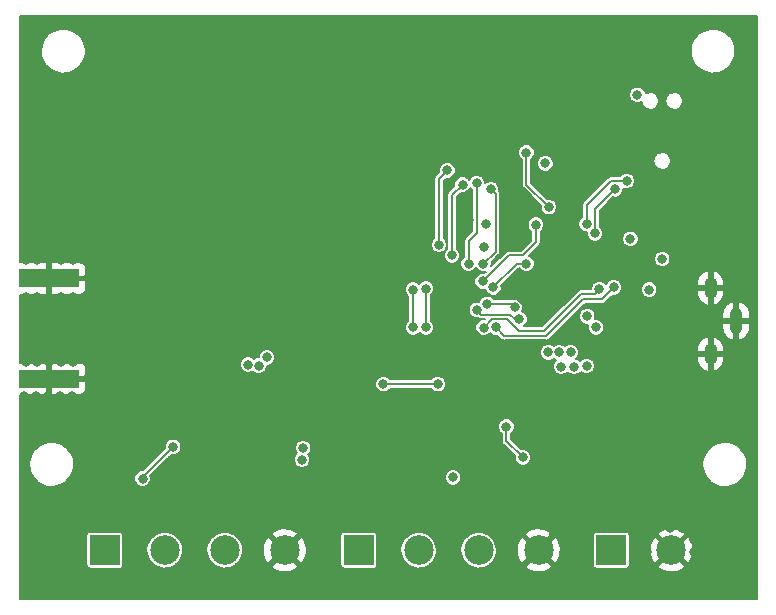
<source format=gbr>
G04 #@! TF.GenerationSoftware,KiCad,Pcbnew,5.99.0-unknown-d20d310~86~ubuntu18.04.1*
G04 #@! TF.CreationDate,2019-12-19T15:55:41+02:00*
G04 #@! TF.ProjectId,lora-bridge,6c6f7261-2d62-4726-9964-67652e6b6963,1.1*
G04 #@! TF.SameCoordinates,Original*
G04 #@! TF.FileFunction,Copper,L4,Bot*
G04 #@! TF.FilePolarity,Positive*
%FSLAX46Y46*%
G04 Gerber Fmt 4.6, Leading zero omitted, Abs format (unit mm)*
G04 Created by KiCad (PCBNEW 5.99.0-unknown-d20d310~86~ubuntu18.04.1) date 2019-12-19 15:55:41*
%MOMM*%
%LPD*%
G04 APERTURE LIST*
%ADD10R,5.080000X1.500000*%
%ADD11R,2.500000X2.500000*%
%ADD12C,2.500000*%
%ADD13O,1.100000X1.800000*%
%ADD14O,1.100000X2.200000*%
%ADD15C,0.800000*%
%ADD16C,0.200000*%
G04 APERTURE END LIST*
D10*
X87800000Y-124050000D03*
X87800000Y-115550000D03*
D11*
X135400000Y-138562495D03*
D12*
X140480000Y-138562495D03*
D11*
X114000000Y-138562495D03*
D12*
X119080000Y-138562495D03*
X124160000Y-138562495D03*
X129240000Y-138562495D03*
D11*
X92500000Y-138562495D03*
D12*
X97580000Y-138562495D03*
X102660000Y-138562495D03*
X107740000Y-138562495D03*
D13*
X143805000Y-121950000D03*
X143805000Y-116350000D03*
D14*
X145955000Y-119150000D03*
D15*
X142000000Y-104700000D03*
X137400000Y-103800000D03*
X139700000Y-116700000D03*
X138300000Y-117600000D03*
X137400000Y-116800000D03*
X140100000Y-115600000D03*
X140700000Y-114600000D03*
X140800000Y-113400000D03*
X140400000Y-112300000D03*
X140400000Y-111100000D03*
X125200000Y-100800000D03*
X130600000Y-103800000D03*
X134900000Y-103400000D03*
X122000000Y-139900000D03*
X125200000Y-136800000D03*
X126000000Y-132900000D03*
X129000000Y-130800000D03*
X116500000Y-122100000D03*
X116700000Y-138700000D03*
X118300000Y-134500000D03*
X123300000Y-131200000D03*
X86000000Y-94000000D03*
X147000000Y-94000000D03*
X134200000Y-93700000D03*
X128000000Y-94000000D03*
X128450000Y-127600000D03*
X128450000Y-122000000D03*
X128400000Y-124400000D03*
X134000000Y-128800000D03*
X140600000Y-121000000D03*
X132237500Y-123012500D03*
X141800000Y-105900000D03*
X141900000Y-103500000D03*
X141900000Y-102300000D03*
X141900000Y-101100000D03*
X141800000Y-99900000D03*
X140600000Y-99300000D03*
X140100000Y-107800000D03*
X136300000Y-97500000D03*
X136300000Y-98700000D03*
X136300000Y-99900000D03*
X139400000Y-97500000D03*
X139400000Y-98700000D03*
X139700000Y-113900000D03*
X98299998Y-129800000D03*
X101500000Y-133700000D03*
X99800000Y-133800000D03*
X100600000Y-134600000D03*
X95700000Y-132500000D03*
X140380000Y-119350000D03*
X135700000Y-119700000D03*
X136600000Y-118700000D03*
X120700000Y-124500000D03*
X116100000Y-124500000D03*
X133350000Y-118750000D03*
X136700000Y-107300000D03*
X133300000Y-110950000D03*
X134007117Y-111732847D03*
X135700000Y-108000000D03*
X136100000Y-101100000D03*
X133700000Y-101100000D03*
X132500000Y-102200000D03*
X137400000Y-102200000D03*
X134800000Y-102200000D03*
X132100000Y-103800000D03*
X135600000Y-109100000D03*
X140400000Y-109900000D03*
X139300000Y-108700000D03*
X137000000Y-108700000D03*
X138600000Y-116500000D03*
X124500000Y-115800000D03*
X129000000Y-111000000D03*
X128200000Y-114300000D03*
X125400000Y-116300000D03*
X125200000Y-107999979D03*
X123300000Y-114300000D03*
X124800000Y-110900000D03*
X124600000Y-112900000D03*
X124569238Y-114300010D03*
X97000000Y-121336034D03*
X100227284Y-121336034D03*
X98127284Y-118336034D03*
X95727284Y-103836034D03*
X97127284Y-105336034D03*
X97127284Y-102236034D03*
X100227284Y-118336034D03*
X99127284Y-118336034D03*
X99127284Y-121336034D03*
X103427284Y-122836034D03*
X102427284Y-121836034D03*
X106227284Y-122236034D03*
X105527284Y-122936034D03*
X104627284Y-122836034D03*
X133300000Y-122962495D03*
X131950000Y-121800000D03*
X130950000Y-121800000D03*
X130050000Y-121800000D03*
X131137500Y-123012500D03*
X133100000Y-115700000D03*
X134000000Y-112900000D03*
X131700000Y-109600000D03*
X127800000Y-112500000D03*
X109300000Y-129899999D03*
X122000000Y-132400000D03*
X120900000Y-129900000D03*
X118000000Y-128900000D03*
X114000000Y-131700000D03*
X115100000Y-131300000D03*
X116100000Y-132900000D03*
X130300000Y-130800000D03*
X140800000Y-132800000D03*
X127450000Y-128800000D03*
X133450000Y-127500000D03*
X131050000Y-125700000D03*
X140600000Y-122600000D03*
X139831585Y-121850000D03*
X145180000Y-117150000D03*
X139400000Y-119300000D03*
X129800000Y-105800000D03*
X130101994Y-109503067D03*
X128200000Y-104900000D03*
X98100000Y-121000000D03*
X96000000Y-120900000D03*
X95027284Y-120836034D03*
X95027284Y-118736034D03*
X96027284Y-118736034D03*
X96927284Y-118036034D03*
X94100000Y-120900000D03*
X93100000Y-120900000D03*
X92100000Y-120900000D03*
X91100000Y-120900000D03*
X91100000Y-118700000D03*
X92100000Y-118700000D03*
X93100000Y-118700000D03*
X94100000Y-118700000D03*
X95827284Y-114736034D03*
X95827284Y-115736034D03*
X95827284Y-116736034D03*
X95827284Y-117736034D03*
X85900000Y-142000000D03*
X87000000Y-105000000D03*
X147000000Y-141900000D03*
X146000000Y-125000000D03*
X146000000Y-105000000D03*
X137800000Y-97200000D03*
X130000000Y-96500000D03*
X123000000Y-94000000D03*
X116000000Y-94000000D03*
X112000000Y-94000000D03*
X106000000Y-94075000D03*
X102000000Y-94075000D03*
X97000000Y-94075000D03*
X95000000Y-141700000D03*
X105000000Y-141700000D03*
X130000000Y-141700000D03*
X140400000Y-141700000D03*
X129900000Y-115500000D03*
X129800000Y-113000000D03*
X132800000Y-112500000D03*
X128000000Y-110100000D03*
X134900000Y-106100000D03*
X137300000Y-105500000D03*
X141000000Y-106900000D03*
X127500000Y-106900000D03*
X123300000Y-110600000D03*
X123200000Y-115600000D03*
X96800000Y-129500000D03*
X112600000Y-119700000D03*
X145980000Y-121450000D03*
X145980000Y-116450000D03*
X142400000Y-141700000D03*
X141400000Y-141700000D03*
X139400000Y-141700000D03*
X138400000Y-141700000D03*
X138400000Y-140700000D03*
X138400000Y-139700000D03*
X138400000Y-138700000D03*
X138400000Y-137700000D03*
X138400000Y-136700000D03*
X139400000Y-136700000D03*
X140400000Y-136700000D03*
X141400000Y-136700000D03*
X142400000Y-136700000D03*
X142400000Y-137700000D03*
X142400000Y-138700000D03*
X142400000Y-139700000D03*
X142400000Y-140700000D03*
X139400000Y-140700000D03*
X141400000Y-140700000D03*
X130500000Y-137200000D03*
X127700000Y-137200000D03*
X127700000Y-140400000D03*
X130600000Y-140200000D03*
X105960000Y-140200000D03*
X109060000Y-140200000D03*
X109260000Y-137100000D03*
X106060000Y-137100000D03*
X119000000Y-102100000D03*
X106000000Y-102100000D03*
X92327284Y-106336034D03*
X92327284Y-111336034D03*
X97327284Y-111336034D03*
X101327284Y-111336034D03*
X107327284Y-111336034D03*
X105127284Y-116336034D03*
X101327284Y-116336034D03*
X132900000Y-125700000D03*
X138700000Y-132800000D03*
X141800000Y-132200000D03*
X141800000Y-133300000D03*
X127900000Y-130700000D03*
X123400000Y-125800000D03*
X122600000Y-123700000D03*
X109200000Y-130900000D03*
X140400000Y-140700000D03*
X111100000Y-105400000D03*
X112400000Y-103800000D03*
X111100000Y-102200000D03*
X114400000Y-110000000D03*
X124900000Y-117700000D03*
X119700000Y-116400000D03*
X118600000Y-116500000D03*
X124000000Y-118200000D03*
X119700000Y-119700000D03*
X118600000Y-119700000D03*
X124587490Y-119700879D03*
X125600000Y-119700000D03*
X126500000Y-128099998D03*
X113900000Y-141800000D03*
X127200000Y-118000000D03*
X127600000Y-119000000D03*
X127400000Y-123100000D03*
X86300000Y-126900000D03*
X124000000Y-107500000D03*
X122800000Y-107600000D03*
X137600000Y-100000000D03*
X120800000Y-112700000D03*
X121500000Y-106400000D03*
X121600000Y-119900000D03*
X121900000Y-113600000D03*
X137002520Y-112197480D03*
X134380983Y-116437157D03*
X135676333Y-117600000D03*
X135600000Y-116300000D03*
X134100000Y-119700000D03*
X85800000Y-114000000D03*
X86800000Y-114000000D03*
X87800000Y-114000000D03*
X88800000Y-114000000D03*
X85800000Y-117100000D03*
X86800000Y-117100000D03*
X87800000Y-117100000D03*
X88800000Y-117100000D03*
X85800000Y-121400000D03*
X86800000Y-121400000D03*
X87800000Y-121400000D03*
X88800000Y-121400000D03*
X85800000Y-118200000D03*
X86800000Y-118200000D03*
X87800000Y-118200000D03*
X88800000Y-118200000D03*
X85800000Y-122600000D03*
X86800000Y-122600000D03*
X87800000Y-122600000D03*
X88800000Y-122600000D03*
X85700000Y-125500000D03*
X86700000Y-125500000D03*
X87700000Y-125500000D03*
X88700000Y-125500000D03*
X89800000Y-118200000D03*
X89800000Y-117100000D03*
X89800000Y-114000000D03*
X89800000Y-121400000D03*
X89700000Y-125500000D03*
X89800000Y-122600000D03*
X91100000Y-115500000D03*
X91100000Y-124000000D03*
D16*
X95700000Y-132400000D02*
X95700000Y-132500000D01*
X98300000Y-129800000D02*
X95700000Y-132400000D01*
X116100000Y-124500000D02*
X120700000Y-124500000D01*
X135350000Y-107300000D02*
X136700000Y-107300000D01*
X133300000Y-109350000D02*
X135350000Y-107300000D01*
X133300000Y-110950000D02*
X133300000Y-109350000D01*
X135700000Y-108000000D02*
X134007117Y-109692883D01*
X134007117Y-109692883D02*
X134007117Y-111732847D01*
X126700000Y-113600000D02*
X124500000Y-115800000D01*
X127900000Y-113600000D02*
X126700000Y-113600000D01*
X129000000Y-112500000D02*
X127900000Y-113600000D01*
X129000000Y-111000000D02*
X129000000Y-112500000D01*
X127400000Y-114300000D02*
X128200000Y-114300000D01*
X125400000Y-116300000D02*
X127400000Y-114300000D01*
X124569238Y-114300010D02*
X125599999Y-113269249D01*
X125599999Y-113269249D02*
X125599999Y-108399978D01*
X125599999Y-108399978D02*
X125200000Y-107999979D01*
X130101994Y-109503067D02*
X128200000Y-107601073D01*
X128200000Y-107601073D02*
X128200000Y-104900000D01*
X119700000Y-116400000D02*
X119700000Y-116965685D01*
X119700000Y-116965685D02*
X119700000Y-119700000D01*
X118600000Y-116500000D02*
X118600000Y-117065685D01*
X118600000Y-117065685D02*
X118600000Y-119700000D01*
X124900000Y-117700000D02*
X126900000Y-117700000D01*
X126900000Y-117700000D02*
X127200000Y-118000000D01*
X126799999Y-118599999D02*
X127200000Y-119000000D01*
X127200000Y-119000000D02*
X127600000Y-119000000D01*
X124399999Y-118599999D02*
X126799999Y-118599999D01*
X124000000Y-118200000D02*
X124399999Y-118599999D01*
X124000000Y-111700000D02*
X124000000Y-108065685D01*
X124000000Y-108065685D02*
X124000000Y-107500000D01*
X123300000Y-112400000D02*
X124000000Y-111700000D01*
X123300000Y-114300000D02*
X123300000Y-112400000D01*
X120800000Y-112700000D02*
X120800000Y-107100000D01*
X120800000Y-107100000D02*
X121100001Y-106799999D01*
X121100001Y-106799999D02*
X121500000Y-106400000D01*
X121900000Y-108500000D02*
X121900000Y-113600000D01*
X122800000Y-107600000D02*
X121900000Y-108500000D01*
X127900000Y-130700000D02*
X126500000Y-129300000D01*
X126500000Y-128665683D02*
X126500000Y-128099998D01*
X126500000Y-129300000D02*
X126500000Y-128665683D01*
X133980984Y-116837156D02*
X134380983Y-116437157D01*
X125288369Y-119000000D02*
X126600000Y-119000000D01*
X124587490Y-119700879D02*
X125288369Y-119000000D01*
X126600000Y-119000000D02*
X127600000Y-120000000D01*
X132862844Y-116837156D02*
X133980984Y-116837156D01*
X127600000Y-120000000D02*
X129700000Y-120000000D01*
X129700000Y-120000000D02*
X132862844Y-116837156D01*
X134600000Y-117300000D02*
X135600000Y-116300000D01*
X133000000Y-117300000D02*
X134600000Y-117300000D01*
X129899989Y-120400011D02*
X133000000Y-117300000D01*
X125600000Y-119700000D02*
X126300011Y-120400011D01*
X126300011Y-120400011D02*
X129899989Y-120400011D01*
G36*
X147701000Y-142701000D02*
G01*
X85299000Y-142701000D01*
X85299000Y-137302745D01*
X90947082Y-137302745D01*
X90947082Y-139822245D01*
X90968348Y-139929159D01*
X91034433Y-140028062D01*
X91133336Y-140094147D01*
X91240250Y-140115413D01*
X93759750Y-140115413D01*
X93866664Y-140094147D01*
X93965567Y-140028062D01*
X94031652Y-139929159D01*
X94052918Y-139822245D01*
X94052918Y-138651967D01*
X96028275Y-138651967D01*
X96063723Y-138904202D01*
X96139894Y-139147262D01*
X96254739Y-139374616D01*
X96405175Y-139580161D01*
X96587162Y-139758376D01*
X96795811Y-139904474D01*
X97025521Y-140014532D01*
X97270122Y-140085595D01*
X97523045Y-140115754D01*
X97777497Y-140104200D01*
X98026646Y-140051241D01*
X98263799Y-139958302D01*
X98482589Y-139827877D01*
X98677138Y-139663470D01*
X98842224Y-139469494D01*
X98973412Y-139251162D01*
X99067178Y-139014335D01*
X99121264Y-138764181D01*
X99124006Y-138651967D01*
X101108275Y-138651967D01*
X101143723Y-138904202D01*
X101219894Y-139147262D01*
X101334739Y-139374616D01*
X101485175Y-139580161D01*
X101667162Y-139758376D01*
X101875811Y-139904474D01*
X102105521Y-140014532D01*
X102350122Y-140085595D01*
X102603045Y-140115754D01*
X102857497Y-140104200D01*
X103106646Y-140051241D01*
X103286673Y-139980689D01*
X106541009Y-139980689D01*
X106637551Y-140063295D01*
X106871493Y-140209763D01*
X107124516Y-140320043D01*
X107391058Y-140391713D01*
X107665266Y-140423197D01*
X107941117Y-140413805D01*
X108212548Y-140363743D01*
X108473600Y-140274110D01*
X108718534Y-140146877D01*
X108942648Y-139984346D01*
X107740000Y-138781698D01*
X106541009Y-139980689D01*
X103286673Y-139980689D01*
X103343799Y-139958302D01*
X103562589Y-139827877D01*
X103757138Y-139663470D01*
X103922224Y-139469494D01*
X104053412Y-139251162D01*
X104147178Y-139014335D01*
X104201264Y-138764181D01*
X104204049Y-138650216D01*
X105879865Y-138650216D01*
X105913264Y-138924198D01*
X105986791Y-139190234D01*
X106098835Y-139442479D01*
X106246934Y-139675398D01*
X106321723Y-139761569D01*
X107520797Y-138562495D01*
X107959203Y-138562495D01*
X109160194Y-139763486D01*
X109305305Y-139571265D01*
X109437217Y-139328818D01*
X109531844Y-139069536D01*
X109587368Y-138797837D01*
X109597393Y-138427401D01*
X109556642Y-138153097D01*
X109476176Y-137889078D01*
X109357568Y-137639851D01*
X109166158Y-137355540D01*
X107959203Y-138562495D01*
X107520797Y-138562495D01*
X106317421Y-137359119D01*
X106148825Y-137595046D01*
X106023305Y-137840863D01*
X105935497Y-138102533D01*
X105887331Y-138374308D01*
X105879865Y-138650216D01*
X104204049Y-138650216D01*
X104209276Y-138436340D01*
X104167475Y-138183844D01*
X104085389Y-137942718D01*
X103965024Y-137718237D01*
X103809610Y-137516430D01*
X103623324Y-137342715D01*
X103411167Y-137201758D01*
X103279937Y-137142781D01*
X106539489Y-137142781D01*
X107740000Y-138343292D01*
X108780547Y-137302745D01*
X112447082Y-137302745D01*
X112447082Y-139822245D01*
X112468348Y-139929159D01*
X112534433Y-140028062D01*
X112633336Y-140094147D01*
X112740250Y-140115413D01*
X115259750Y-140115413D01*
X115366664Y-140094147D01*
X115465567Y-140028062D01*
X115531652Y-139929159D01*
X115552918Y-139822245D01*
X115552918Y-138651967D01*
X117528275Y-138651967D01*
X117563723Y-138904202D01*
X117639894Y-139147262D01*
X117754739Y-139374616D01*
X117905175Y-139580161D01*
X118087162Y-139758376D01*
X118295811Y-139904474D01*
X118525521Y-140014532D01*
X118770122Y-140085595D01*
X119023045Y-140115754D01*
X119277497Y-140104200D01*
X119526646Y-140051241D01*
X119763799Y-139958302D01*
X119982589Y-139827877D01*
X120177138Y-139663470D01*
X120342224Y-139469494D01*
X120473412Y-139251162D01*
X120567178Y-139014335D01*
X120621264Y-138764181D01*
X120624006Y-138651967D01*
X122608275Y-138651967D01*
X122643723Y-138904202D01*
X122719894Y-139147262D01*
X122834739Y-139374616D01*
X122985175Y-139580161D01*
X123167162Y-139758376D01*
X123375811Y-139904474D01*
X123605521Y-140014532D01*
X123850122Y-140085595D01*
X124103045Y-140115754D01*
X124357497Y-140104200D01*
X124606646Y-140051241D01*
X124786673Y-139980689D01*
X128041009Y-139980689D01*
X128137551Y-140063295D01*
X128371493Y-140209763D01*
X128624516Y-140320043D01*
X128891058Y-140391713D01*
X129165266Y-140423197D01*
X129441117Y-140413805D01*
X129712548Y-140363743D01*
X129973600Y-140274110D01*
X130218534Y-140146877D01*
X130442648Y-139984346D01*
X129240000Y-138781698D01*
X128041009Y-139980689D01*
X124786673Y-139980689D01*
X124843799Y-139958302D01*
X125062589Y-139827877D01*
X125257138Y-139663470D01*
X125422224Y-139469494D01*
X125553412Y-139251162D01*
X125647178Y-139014335D01*
X125701264Y-138764181D01*
X125704049Y-138650216D01*
X127379865Y-138650216D01*
X127413264Y-138924198D01*
X127486791Y-139190234D01*
X127598835Y-139442479D01*
X127746934Y-139675398D01*
X127821723Y-139761569D01*
X129020797Y-138562495D01*
X129459203Y-138562495D01*
X130660194Y-139763486D01*
X130805305Y-139571265D01*
X130937217Y-139328818D01*
X131031844Y-139069536D01*
X131087368Y-138797837D01*
X131097393Y-138427401D01*
X131056642Y-138153097D01*
X130976176Y-137889078D01*
X130857568Y-137639851D01*
X130666158Y-137355540D01*
X129459203Y-138562495D01*
X129020797Y-138562495D01*
X127817421Y-137359119D01*
X127648825Y-137595046D01*
X127523305Y-137840863D01*
X127435497Y-138102533D01*
X127387331Y-138374308D01*
X127379865Y-138650216D01*
X125704049Y-138650216D01*
X125709276Y-138436340D01*
X125667475Y-138183844D01*
X125585389Y-137942718D01*
X125465024Y-137718237D01*
X125309610Y-137516430D01*
X125123324Y-137342715D01*
X124911167Y-137201758D01*
X124779937Y-137142781D01*
X128039489Y-137142781D01*
X129240000Y-138343292D01*
X130280547Y-137302745D01*
X133847082Y-137302745D01*
X133847082Y-139822245D01*
X133868348Y-139929159D01*
X133934433Y-140028062D01*
X134033336Y-140094147D01*
X134140250Y-140115413D01*
X136659750Y-140115413D01*
X136766664Y-140094147D01*
X136865567Y-140028062D01*
X136897220Y-139980689D01*
X139281009Y-139980689D01*
X139377551Y-140063295D01*
X139611493Y-140209763D01*
X139864516Y-140320043D01*
X140131058Y-140391713D01*
X140405266Y-140423197D01*
X140681117Y-140413805D01*
X140952548Y-140363743D01*
X141213600Y-140274110D01*
X141458534Y-140146877D01*
X141682648Y-139984346D01*
X140480000Y-138781698D01*
X139281009Y-139980689D01*
X136897220Y-139980689D01*
X136931652Y-139929159D01*
X136952918Y-139822245D01*
X136952918Y-138650216D01*
X138619865Y-138650216D01*
X138653264Y-138924198D01*
X138726791Y-139190234D01*
X138838835Y-139442479D01*
X138986934Y-139675398D01*
X139061723Y-139761569D01*
X140260797Y-138562495D01*
X140699203Y-138562495D01*
X141900194Y-139763486D01*
X142045305Y-139571265D01*
X142177217Y-139328818D01*
X142271844Y-139069536D01*
X142327368Y-138797837D01*
X142337393Y-138427401D01*
X142296642Y-138153097D01*
X142216176Y-137889078D01*
X142097568Y-137639851D01*
X141906158Y-137355540D01*
X140699203Y-138562495D01*
X140260797Y-138562495D01*
X139057421Y-137359119D01*
X138888825Y-137595046D01*
X138763305Y-137840863D01*
X138675497Y-138102533D01*
X138627331Y-138374308D01*
X138619865Y-138650216D01*
X136952918Y-138650216D01*
X136952918Y-137302745D01*
X136931652Y-137195831D01*
X136896206Y-137142781D01*
X139279489Y-137142781D01*
X140480000Y-138343292D01*
X141679244Y-137144048D01*
X141542783Y-137033349D01*
X141305088Y-136893056D01*
X141049266Y-136789437D01*
X140780939Y-136724770D01*
X140506000Y-136700475D01*
X140230491Y-136717084D01*
X139960462Y-136774234D01*
X139701847Y-136870670D01*
X139460327Y-137004271D01*
X139279489Y-137142781D01*
X136896206Y-137142781D01*
X136865567Y-137096928D01*
X136766664Y-137030843D01*
X136659750Y-137009577D01*
X134140250Y-137009577D01*
X134033336Y-137030843D01*
X133934433Y-137096928D01*
X133868348Y-137195831D01*
X133847082Y-137302745D01*
X130280547Y-137302745D01*
X130439244Y-137144048D01*
X130302783Y-137033349D01*
X130065088Y-136893056D01*
X129809266Y-136789437D01*
X129540939Y-136724770D01*
X129266000Y-136700475D01*
X128990491Y-136717084D01*
X128720462Y-136774234D01*
X128461847Y-136870670D01*
X128220327Y-137004271D01*
X128039489Y-137142781D01*
X124779937Y-137142781D01*
X124678837Y-137097345D01*
X124432573Y-137032278D01*
X124178988Y-137008308D01*
X123924895Y-137026076D01*
X123677114Y-137085105D01*
X123442303Y-137183812D01*
X123226765Y-137319543D01*
X123036290Y-137488655D01*
X122875993Y-137686605D01*
X122750179Y-137908078D01*
X122662227Y-138147125D01*
X122614497Y-138397328D01*
X122608275Y-138651967D01*
X120624006Y-138651967D01*
X120629276Y-138436340D01*
X120587475Y-138183844D01*
X120505389Y-137942718D01*
X120385024Y-137718237D01*
X120229610Y-137516430D01*
X120043324Y-137342715D01*
X119831167Y-137201758D01*
X119598837Y-137097345D01*
X119352573Y-137032278D01*
X119098988Y-137008308D01*
X118844895Y-137026076D01*
X118597114Y-137085105D01*
X118362303Y-137183812D01*
X118146765Y-137319543D01*
X117956290Y-137488655D01*
X117795993Y-137686605D01*
X117670179Y-137908078D01*
X117582227Y-138147125D01*
X117534497Y-138397328D01*
X117528275Y-138651967D01*
X115552918Y-138651967D01*
X115552918Y-137302745D01*
X115531652Y-137195831D01*
X115465567Y-137096928D01*
X115366664Y-137030843D01*
X115259750Y-137009577D01*
X112740250Y-137009577D01*
X112633336Y-137030843D01*
X112534433Y-137096928D01*
X112468348Y-137195831D01*
X112447082Y-137302745D01*
X108780547Y-137302745D01*
X108939244Y-137144048D01*
X108802783Y-137033349D01*
X108565088Y-136893056D01*
X108309266Y-136789437D01*
X108040939Y-136724770D01*
X107766000Y-136700475D01*
X107490491Y-136717084D01*
X107220462Y-136774234D01*
X106961847Y-136870670D01*
X106720327Y-137004271D01*
X106539489Y-137142781D01*
X103279937Y-137142781D01*
X103178837Y-137097345D01*
X102932573Y-137032278D01*
X102678988Y-137008308D01*
X102424895Y-137026076D01*
X102177114Y-137085105D01*
X101942303Y-137183812D01*
X101726765Y-137319543D01*
X101536290Y-137488655D01*
X101375993Y-137686605D01*
X101250179Y-137908078D01*
X101162227Y-138147125D01*
X101114497Y-138397328D01*
X101108275Y-138651967D01*
X99124006Y-138651967D01*
X99129276Y-138436340D01*
X99087475Y-138183844D01*
X99005389Y-137942718D01*
X98885024Y-137718237D01*
X98729610Y-137516430D01*
X98543324Y-137342715D01*
X98331167Y-137201758D01*
X98098837Y-137097345D01*
X97852573Y-137032278D01*
X97598988Y-137008308D01*
X97344895Y-137026076D01*
X97097114Y-137085105D01*
X96862303Y-137183812D01*
X96646765Y-137319543D01*
X96456290Y-137488655D01*
X96295993Y-137686605D01*
X96170179Y-137908078D01*
X96082227Y-138147125D01*
X96034497Y-138397328D01*
X96028275Y-138651967D01*
X94052918Y-138651967D01*
X94052918Y-137302745D01*
X94031652Y-137195831D01*
X93965567Y-137096928D01*
X93866664Y-137030843D01*
X93759750Y-137009577D01*
X91240250Y-137009577D01*
X91133336Y-137030843D01*
X91034433Y-137096928D01*
X90968348Y-137195831D01*
X90947082Y-137302745D01*
X85299000Y-137302745D01*
X85299000Y-131389705D01*
X86097794Y-131389705D01*
X86131948Y-131669884D01*
X86207138Y-131941937D01*
X86321716Y-132199888D01*
X86473162Y-132438069D01*
X86658151Y-132651250D01*
X86872617Y-132834745D01*
X87111850Y-132984525D01*
X87370595Y-133097299D01*
X87643166Y-133170590D01*
X87923576Y-133202786D01*
X88205665Y-133193181D01*
X88483236Y-133141988D01*
X88750192Y-133050327D01*
X89000666Y-132920217D01*
X89229158Y-132754512D01*
X89430647Y-132556854D01*
X89557146Y-132389289D01*
X95001000Y-132389289D01*
X95001000Y-132610711D01*
X95069423Y-132821295D01*
X95199571Y-133000429D01*
X95378705Y-133130577D01*
X95589289Y-133199000D01*
X95810711Y-133199000D01*
X96021295Y-133130577D01*
X96200429Y-133000429D01*
X96330577Y-132821295D01*
X96399000Y-132610711D01*
X96399000Y-132389289D01*
X96368586Y-132295685D01*
X96374982Y-132289289D01*
X121301000Y-132289289D01*
X121301000Y-132510711D01*
X121369423Y-132721295D01*
X121499571Y-132900429D01*
X121678705Y-133030577D01*
X121889289Y-133099000D01*
X122110711Y-133099000D01*
X122321295Y-133030577D01*
X122500429Y-132900429D01*
X122630577Y-132721295D01*
X122699000Y-132510711D01*
X122699000Y-132289289D01*
X122630577Y-132078705D01*
X122500429Y-131899571D01*
X122321295Y-131769423D01*
X122110711Y-131701000D01*
X121889289Y-131701000D01*
X121678705Y-131769423D01*
X121499571Y-131899571D01*
X121369423Y-132078705D01*
X121301000Y-132289289D01*
X96374982Y-132289289D01*
X97874982Y-130789289D01*
X108501000Y-130789289D01*
X108501000Y-131010711D01*
X108569423Y-131221295D01*
X108699571Y-131400429D01*
X108878705Y-131530577D01*
X109089289Y-131599000D01*
X109310711Y-131599000D01*
X109521295Y-131530577D01*
X109700429Y-131400429D01*
X109830577Y-131221295D01*
X109899000Y-131010711D01*
X109899000Y-130789289D01*
X109830577Y-130578705D01*
X109735386Y-130447685D01*
X109800429Y-130400428D01*
X109930577Y-130221294D01*
X109999000Y-130010710D01*
X109999000Y-129789288D01*
X109930577Y-129578704D01*
X109800429Y-129399570D01*
X109621295Y-129269422D01*
X109410711Y-129200999D01*
X109189289Y-129200999D01*
X108978705Y-129269422D01*
X108799571Y-129399570D01*
X108669423Y-129578704D01*
X108601000Y-129789288D01*
X108601000Y-130010710D01*
X108669423Y-130221294D01*
X108764614Y-130352314D01*
X108699571Y-130399571D01*
X108569423Y-130578705D01*
X108501000Y-130789289D01*
X97874982Y-130789289D01*
X98171161Y-130493111D01*
X98189287Y-130499000D01*
X98410709Y-130499000D01*
X98621293Y-130430577D01*
X98800427Y-130300429D01*
X98930575Y-130121295D01*
X98998998Y-129910711D01*
X98998998Y-129689289D01*
X98930575Y-129478705D01*
X98800427Y-129299571D01*
X98621293Y-129169423D01*
X98410709Y-129101000D01*
X98189287Y-129101000D01*
X97978703Y-129169423D01*
X97799569Y-129299571D01*
X97669421Y-129478705D01*
X97600998Y-129689289D01*
X97600998Y-129910711D01*
X97606888Y-129928840D01*
X95734729Y-131801000D01*
X95589289Y-131801000D01*
X95378705Y-131869423D01*
X95199571Y-131999571D01*
X95069423Y-132178705D01*
X95001000Y-132389289D01*
X89557146Y-132389289D01*
X89600708Y-132331586D01*
X89735604Y-132083655D01*
X89832371Y-131818509D01*
X89889145Y-131540694D01*
X89899398Y-131161822D01*
X89857730Y-130881342D01*
X89775443Y-130611351D01*
X89654153Y-130356488D01*
X89496523Y-130122353D01*
X89306017Y-129914088D01*
X89086821Y-129736269D01*
X88843749Y-129592803D01*
X88582141Y-129486841D01*
X88307745Y-129420711D01*
X88026588Y-129395866D01*
X87744848Y-129412851D01*
X87468712Y-129471294D01*
X87204247Y-129569910D01*
X86957265Y-129706533D01*
X86733189Y-129878162D01*
X86536942Y-130081026D01*
X86372837Y-130310670D01*
X86244478Y-130562046D01*
X86154684Y-130829635D01*
X86105429Y-131107557D01*
X86097794Y-131389705D01*
X85299000Y-131389705D01*
X85299000Y-127989287D01*
X125801000Y-127989287D01*
X125801000Y-128210709D01*
X125869423Y-128421293D01*
X125999571Y-128600427D01*
X126101000Y-128674120D01*
X126101000Y-128711690D01*
X126101001Y-128711694D01*
X126101000Y-129231954D01*
X126093374Y-129253671D01*
X126101000Y-129322204D01*
X126101000Y-129344969D01*
X126105946Y-129366651D01*
X126113512Y-129434637D01*
X126125993Y-129454533D01*
X126131226Y-129477476D01*
X126174272Y-129531496D01*
X126186131Y-129550401D01*
X126201913Y-129566183D01*
X126244671Y-129619842D01*
X126265728Y-129630000D01*
X127206890Y-130571162D01*
X127201000Y-130589289D01*
X127201000Y-130810711D01*
X127269423Y-131021295D01*
X127399571Y-131200429D01*
X127578705Y-131330577D01*
X127789289Y-131399000D01*
X128010711Y-131399000D01*
X128039318Y-131389705D01*
X143097794Y-131389705D01*
X143131948Y-131669884D01*
X143207138Y-131941937D01*
X143321716Y-132199888D01*
X143473162Y-132438069D01*
X143658151Y-132651250D01*
X143872617Y-132834745D01*
X144111850Y-132984525D01*
X144370595Y-133097299D01*
X144643166Y-133170590D01*
X144923576Y-133202786D01*
X145205665Y-133193181D01*
X145483236Y-133141988D01*
X145750192Y-133050327D01*
X146000666Y-132920217D01*
X146229158Y-132754512D01*
X146430647Y-132556854D01*
X146600708Y-132331586D01*
X146735604Y-132083655D01*
X146832371Y-131818509D01*
X146889145Y-131540694D01*
X146899398Y-131161822D01*
X146857730Y-130881342D01*
X146775443Y-130611351D01*
X146654153Y-130356488D01*
X146496523Y-130122353D01*
X146306017Y-129914088D01*
X146086821Y-129736269D01*
X145843749Y-129592803D01*
X145582141Y-129486841D01*
X145307745Y-129420711D01*
X145026588Y-129395866D01*
X144744848Y-129412851D01*
X144468712Y-129471294D01*
X144204247Y-129569910D01*
X143957265Y-129706533D01*
X143733189Y-129878162D01*
X143536942Y-130081026D01*
X143372837Y-130310670D01*
X143244478Y-130562046D01*
X143154684Y-130829635D01*
X143105429Y-131107557D01*
X143097794Y-131389705D01*
X128039318Y-131389705D01*
X128221295Y-131330577D01*
X128400429Y-131200429D01*
X128530577Y-131021295D01*
X128599000Y-130810711D01*
X128599000Y-130589289D01*
X128530577Y-130378705D01*
X128400429Y-130199571D01*
X128221295Y-130069423D01*
X128010711Y-130001000D01*
X127789289Y-130001000D01*
X127771162Y-130006890D01*
X126899000Y-129134729D01*
X126899000Y-128674119D01*
X127000429Y-128600427D01*
X127130577Y-128421293D01*
X127199000Y-128210709D01*
X127199000Y-127989287D01*
X127130577Y-127778703D01*
X127000429Y-127599569D01*
X126821295Y-127469421D01*
X126610711Y-127400998D01*
X126389289Y-127400998D01*
X126178705Y-127469421D01*
X125999571Y-127599569D01*
X125869423Y-127778703D01*
X125801000Y-127989287D01*
X85299000Y-127989287D01*
X85299000Y-125414837D01*
X87645000Y-125414837D01*
X87645000Y-124205000D01*
X87955000Y-124205000D01*
X87955000Y-125414837D01*
X90353034Y-125414837D01*
X90644742Y-125336674D01*
X90812162Y-125196192D01*
X90919193Y-125010809D01*
X90954837Y-124808661D01*
X90954837Y-124389289D01*
X115401000Y-124389289D01*
X115401000Y-124610711D01*
X115469423Y-124821295D01*
X115599571Y-125000429D01*
X115778705Y-125130577D01*
X115989289Y-125199000D01*
X116210711Y-125199000D01*
X116421295Y-125130577D01*
X116600429Y-125000429D01*
X116674121Y-124899000D01*
X120125879Y-124899000D01*
X120199571Y-125000429D01*
X120378705Y-125130577D01*
X120589289Y-125199000D01*
X120810711Y-125199000D01*
X121021295Y-125130577D01*
X121200429Y-125000429D01*
X121330577Y-124821295D01*
X121399000Y-124610711D01*
X121399000Y-124389289D01*
X121330577Y-124178705D01*
X121200429Y-123999571D01*
X121021295Y-123869423D01*
X120810711Y-123801000D01*
X120589289Y-123801000D01*
X120378705Y-123869423D01*
X120199571Y-123999571D01*
X120125879Y-124101000D01*
X116674121Y-124101000D01*
X116600429Y-123999571D01*
X116421295Y-123869423D01*
X116210711Y-123801000D01*
X115989289Y-123801000D01*
X115778705Y-123869423D01*
X115599571Y-123999571D01*
X115469423Y-124178705D01*
X115401000Y-124389289D01*
X90954837Y-124389289D01*
X90954837Y-124205000D01*
X87955000Y-124205000D01*
X87645000Y-124205000D01*
X85299000Y-124205000D01*
X85299000Y-123895000D01*
X87645000Y-123895000D01*
X87645000Y-122685163D01*
X87955000Y-122685163D01*
X87955000Y-123895000D01*
X90954837Y-123895000D01*
X90954837Y-123286966D01*
X90876674Y-122995259D01*
X90736192Y-122827838D01*
X90558631Y-122725323D01*
X103928284Y-122725323D01*
X103928284Y-122946745D01*
X103996707Y-123157329D01*
X104126855Y-123336463D01*
X104305989Y-123466611D01*
X104516573Y-123535034D01*
X104737995Y-123535034D01*
X104948579Y-123466611D01*
X105014148Y-123418973D01*
X105026855Y-123436463D01*
X105205989Y-123566611D01*
X105416573Y-123635034D01*
X105637995Y-123635034D01*
X105848579Y-123566611D01*
X106027713Y-123436463D01*
X106157861Y-123257329D01*
X106226284Y-123046745D01*
X106226284Y-122935034D01*
X106337995Y-122935034D01*
X106548579Y-122866611D01*
X106727713Y-122736463D01*
X106857861Y-122557329D01*
X106926284Y-122346745D01*
X106926284Y-122125323D01*
X106857861Y-121914739D01*
X106727713Y-121735605D01*
X106663965Y-121689289D01*
X129351000Y-121689289D01*
X129351000Y-121910711D01*
X129419423Y-122121295D01*
X129549571Y-122300429D01*
X129728705Y-122430577D01*
X129939289Y-122499000D01*
X130160711Y-122499000D01*
X130371295Y-122430577D01*
X130500000Y-122337068D01*
X130628705Y-122430577D01*
X130711991Y-122457638D01*
X130637071Y-122512071D01*
X130506923Y-122691205D01*
X130438500Y-122901789D01*
X130438500Y-123123211D01*
X130506923Y-123333795D01*
X130637071Y-123512929D01*
X130816205Y-123643077D01*
X131026789Y-123711500D01*
X131248211Y-123711500D01*
X131458795Y-123643077D01*
X131637929Y-123512929D01*
X131687500Y-123444700D01*
X131737071Y-123512929D01*
X131916205Y-123643077D01*
X132126789Y-123711500D01*
X132348211Y-123711500D01*
X132558795Y-123643077D01*
X132737929Y-123512929D01*
X132786915Y-123445505D01*
X132799571Y-123462924D01*
X132978705Y-123593072D01*
X133189289Y-123661495D01*
X133410711Y-123661495D01*
X133621295Y-123593072D01*
X133800429Y-123462924D01*
X133930577Y-123283790D01*
X133999000Y-123073206D01*
X133999000Y-122851784D01*
X133930577Y-122641200D01*
X133800429Y-122462066D01*
X133621295Y-122331918D01*
X133410711Y-122263495D01*
X133189289Y-122263495D01*
X132978705Y-122331918D01*
X132799571Y-122462066D01*
X132750585Y-122529490D01*
X132737929Y-122512071D01*
X132558795Y-122381923D01*
X132406411Y-122332410D01*
X132450429Y-122300429D01*
X132580577Y-122121295D01*
X132585871Y-122105000D01*
X142648000Y-122105000D01*
X142648000Y-122357049D01*
X142664548Y-122525816D01*
X142730130Y-122743030D01*
X142836652Y-122943369D01*
X142980058Y-123119203D01*
X143154886Y-123263834D01*
X143354478Y-123371752D01*
X143650000Y-123463231D01*
X143650000Y-122105000D01*
X143960000Y-122105000D01*
X143960000Y-123460498D01*
X144240515Y-123377938D01*
X144441594Y-123272817D01*
X144618424Y-123130641D01*
X144764272Y-122956827D01*
X144873581Y-122757994D01*
X144942294Y-122541383D01*
X144962000Y-122353890D01*
X144962000Y-122105000D01*
X143960000Y-122105000D01*
X143650000Y-122105000D01*
X142648000Y-122105000D01*
X132585871Y-122105000D01*
X132649000Y-121910711D01*
X132649000Y-121689289D01*
X132602479Y-121546110D01*
X142648000Y-121546110D01*
X142648000Y-121795000D01*
X143650000Y-121795000D01*
X143960000Y-121795000D01*
X144962000Y-121795000D01*
X144962000Y-121542951D01*
X144945452Y-121374184D01*
X144879871Y-121156970D01*
X144773349Y-120956631D01*
X144629943Y-120780797D01*
X144455114Y-120636166D01*
X144255522Y-120528248D01*
X143960000Y-120436769D01*
X143960000Y-121795000D01*
X143650000Y-121795000D01*
X143650000Y-120439502D01*
X143369485Y-120522062D01*
X143168406Y-120627183D01*
X142991576Y-120769359D01*
X142845728Y-120943173D01*
X142736419Y-121142007D01*
X142667706Y-121358617D01*
X142648000Y-121546110D01*
X132602479Y-121546110D01*
X132580577Y-121478705D01*
X132450429Y-121299571D01*
X132271295Y-121169423D01*
X132060711Y-121101000D01*
X131839289Y-121101000D01*
X131628705Y-121169423D01*
X131450000Y-121299259D01*
X131271295Y-121169423D01*
X131060711Y-121101000D01*
X130839289Y-121101000D01*
X130628705Y-121169423D01*
X130500000Y-121262932D01*
X130371295Y-121169423D01*
X130160711Y-121101000D01*
X129939289Y-121101000D01*
X129728705Y-121169423D01*
X129549571Y-121299571D01*
X129419423Y-121478705D01*
X129351000Y-121689289D01*
X106663965Y-121689289D01*
X106548579Y-121605457D01*
X106337995Y-121537034D01*
X106116573Y-121537034D01*
X105905989Y-121605457D01*
X105726855Y-121735605D01*
X105596707Y-121914739D01*
X105528284Y-122125323D01*
X105528284Y-122237034D01*
X105416573Y-122237034D01*
X105205989Y-122305457D01*
X105140420Y-122353095D01*
X105127713Y-122335605D01*
X104948579Y-122205457D01*
X104737995Y-122137034D01*
X104516573Y-122137034D01*
X104305989Y-122205457D01*
X104126855Y-122335605D01*
X103996707Y-122514739D01*
X103928284Y-122725323D01*
X90558631Y-122725323D01*
X90550809Y-122720807D01*
X90348661Y-122685163D01*
X87955000Y-122685163D01*
X87645000Y-122685163D01*
X85299000Y-122685163D01*
X85299000Y-116914837D01*
X87645000Y-116914837D01*
X87645000Y-115705000D01*
X87955000Y-115705000D01*
X87955000Y-116914837D01*
X90353034Y-116914837D01*
X90644742Y-116836674D01*
X90812162Y-116696192D01*
X90919193Y-116510809D01*
X90940620Y-116389289D01*
X117901000Y-116389289D01*
X117901000Y-116610711D01*
X117969423Y-116821295D01*
X118099571Y-117000429D01*
X118201000Y-117074122D01*
X118201001Y-119125878D01*
X118099571Y-119199571D01*
X117969423Y-119378705D01*
X117901000Y-119589289D01*
X117901000Y-119810711D01*
X117969423Y-120021295D01*
X118099571Y-120200429D01*
X118278705Y-120330577D01*
X118489289Y-120399000D01*
X118710711Y-120399000D01*
X118921295Y-120330577D01*
X119100429Y-120200429D01*
X119150000Y-120132200D01*
X119199571Y-120200429D01*
X119378705Y-120330577D01*
X119589289Y-120399000D01*
X119810711Y-120399000D01*
X120021295Y-120330577D01*
X120200429Y-120200429D01*
X120330577Y-120021295D01*
X120399000Y-119810711D01*
X120399000Y-119589289D01*
X120330577Y-119378705D01*
X120200429Y-119199571D01*
X120099000Y-119125879D01*
X120099000Y-118089289D01*
X123301000Y-118089289D01*
X123301000Y-118310711D01*
X123369423Y-118521295D01*
X123499571Y-118700429D01*
X123678705Y-118830577D01*
X123889289Y-118899000D01*
X124110711Y-118899000D01*
X124127997Y-118893384D01*
X124133563Y-118897835D01*
X124149663Y-118913934D01*
X124168487Y-118925764D01*
X124221913Y-118968491D01*
X124244809Y-118973734D01*
X124264731Y-118986256D01*
X124333357Y-118994014D01*
X124355121Y-118998999D01*
X124377448Y-118998999D01*
X124445619Y-119006706D01*
X124467689Y-118998999D01*
X124725100Y-118998999D01*
X124716330Y-119007769D01*
X124698201Y-119001879D01*
X124476779Y-119001879D01*
X124266195Y-119070302D01*
X124087061Y-119200450D01*
X123956913Y-119379584D01*
X123888490Y-119590168D01*
X123888490Y-119811590D01*
X123956913Y-120022174D01*
X124087061Y-120201308D01*
X124266195Y-120331456D01*
X124476779Y-120399879D01*
X124698201Y-120399879D01*
X124908785Y-120331456D01*
X125087919Y-120201308D01*
X125094064Y-120192850D01*
X125099571Y-120200429D01*
X125278705Y-120330577D01*
X125489289Y-120399000D01*
X125710711Y-120399000D01*
X125728839Y-120393110D01*
X125969759Y-120634031D01*
X125979723Y-120654780D01*
X126033570Y-120697843D01*
X126049673Y-120713945D01*
X126068502Y-120725779D01*
X126121925Y-120768503D01*
X126144824Y-120773747D01*
X126164745Y-120786268D01*
X126233369Y-120794026D01*
X126255133Y-120799011D01*
X126277460Y-120799011D01*
X126345631Y-120806718D01*
X126367701Y-120799011D01*
X129831943Y-120799011D01*
X129853660Y-120806637D01*
X129922193Y-120799011D01*
X129944958Y-120799011D01*
X129966646Y-120794064D01*
X130034624Y-120786499D01*
X130054521Y-120774018D01*
X130077468Y-120768783D01*
X130131487Y-120725737D01*
X130150390Y-120713880D01*
X130166170Y-120698100D01*
X130219833Y-120655339D01*
X130229991Y-120634280D01*
X132224982Y-118639289D01*
X132651000Y-118639289D01*
X132651000Y-118860711D01*
X132719423Y-119071295D01*
X132849571Y-119250429D01*
X133028705Y-119380577D01*
X133239289Y-119449000D01*
X133446583Y-119449000D01*
X133401000Y-119589289D01*
X133401000Y-119810711D01*
X133469423Y-120021295D01*
X133599571Y-120200429D01*
X133778705Y-120330577D01*
X133989289Y-120399000D01*
X134210711Y-120399000D01*
X134421295Y-120330577D01*
X134600429Y-120200429D01*
X134730577Y-120021295D01*
X134799000Y-119810711D01*
X134799000Y-119589289D01*
X134730577Y-119378705D01*
X134677028Y-119305000D01*
X144798000Y-119305000D01*
X144798000Y-119757049D01*
X144814549Y-119925816D01*
X144880130Y-120143030D01*
X144986652Y-120343369D01*
X145130058Y-120519203D01*
X145304886Y-120663834D01*
X145504478Y-120771752D01*
X145800000Y-120863231D01*
X145800000Y-119305000D01*
X146110000Y-119305000D01*
X146110000Y-120860498D01*
X146390515Y-120777938D01*
X146591594Y-120672817D01*
X146768424Y-120530641D01*
X146914272Y-120356827D01*
X147023581Y-120157994D01*
X147092294Y-119941384D01*
X147112000Y-119753891D01*
X147112000Y-119305000D01*
X146110000Y-119305000D01*
X145800000Y-119305000D01*
X144798000Y-119305000D01*
X134677028Y-119305000D01*
X134600429Y-119199571D01*
X134421295Y-119069423D01*
X134210711Y-119001000D01*
X134003417Y-119001000D01*
X134049000Y-118860711D01*
X134049000Y-118639289D01*
X134018725Y-118546110D01*
X144798000Y-118546110D01*
X144798000Y-118995000D01*
X145800000Y-118995000D01*
X146110000Y-118995000D01*
X147112000Y-118995000D01*
X147112000Y-118542951D01*
X147095452Y-118374184D01*
X147029871Y-118156970D01*
X146923349Y-117956631D01*
X146779943Y-117780797D01*
X146605114Y-117636166D01*
X146405522Y-117528248D01*
X146110000Y-117436769D01*
X146110000Y-118995000D01*
X145800000Y-118995000D01*
X145800000Y-117439502D01*
X145519485Y-117522062D01*
X145318406Y-117627183D01*
X145141576Y-117769359D01*
X144995728Y-117943173D01*
X144886419Y-118142007D01*
X144817706Y-118358617D01*
X144798000Y-118546110D01*
X134018725Y-118546110D01*
X133980577Y-118428705D01*
X133850429Y-118249571D01*
X133671295Y-118119423D01*
X133460711Y-118051000D01*
X133239289Y-118051000D01*
X133028705Y-118119423D01*
X132849571Y-118249571D01*
X132719423Y-118428705D01*
X132651000Y-118639289D01*
X132224982Y-118639289D01*
X133165272Y-117699000D01*
X134531954Y-117699000D01*
X134553671Y-117706626D01*
X134622204Y-117699000D01*
X134644969Y-117699000D01*
X134666657Y-117694053D01*
X134734635Y-117686488D01*
X134754532Y-117674007D01*
X134777479Y-117668772D01*
X134831498Y-117625726D01*
X134850401Y-117613869D01*
X134866181Y-117598089D01*
X134919845Y-117555327D01*
X134930002Y-117534269D01*
X135471162Y-116993110D01*
X135489289Y-116999000D01*
X135710711Y-116999000D01*
X135921295Y-116930577D01*
X136100429Y-116800429D01*
X136230577Y-116621295D01*
X136299000Y-116410711D01*
X136299000Y-116389289D01*
X137901000Y-116389289D01*
X137901000Y-116610711D01*
X137969423Y-116821295D01*
X138099571Y-117000429D01*
X138278705Y-117130577D01*
X138489289Y-117199000D01*
X138710711Y-117199000D01*
X138921295Y-117130577D01*
X139100429Y-117000429D01*
X139230577Y-116821295D01*
X139299000Y-116610711D01*
X139299000Y-116505000D01*
X142648000Y-116505000D01*
X142648000Y-116757049D01*
X142664548Y-116925816D01*
X142730130Y-117143030D01*
X142836652Y-117343369D01*
X142980058Y-117519203D01*
X143154886Y-117663834D01*
X143354478Y-117771752D01*
X143650000Y-117863231D01*
X143650000Y-116505000D01*
X143960000Y-116505000D01*
X143960000Y-117860498D01*
X144240515Y-117777938D01*
X144441594Y-117672817D01*
X144618424Y-117530641D01*
X144764272Y-117356827D01*
X144873581Y-117157994D01*
X144942294Y-116941383D01*
X144962000Y-116753890D01*
X144962000Y-116505000D01*
X143960000Y-116505000D01*
X143650000Y-116505000D01*
X142648000Y-116505000D01*
X139299000Y-116505000D01*
X139299000Y-116389289D01*
X139230577Y-116178705D01*
X139100429Y-115999571D01*
X139026846Y-115946110D01*
X142648000Y-115946110D01*
X142648000Y-116195000D01*
X143650000Y-116195000D01*
X143960000Y-116195000D01*
X144962000Y-116195000D01*
X144962000Y-115942951D01*
X144945452Y-115774184D01*
X144879871Y-115556970D01*
X144773349Y-115356631D01*
X144629943Y-115180797D01*
X144455114Y-115036166D01*
X144255522Y-114928248D01*
X143960000Y-114836769D01*
X143960000Y-116195000D01*
X143650000Y-116195000D01*
X143650000Y-114839502D01*
X143369485Y-114922062D01*
X143168406Y-115027183D01*
X142991576Y-115169359D01*
X142845728Y-115343173D01*
X142736419Y-115542007D01*
X142667706Y-115758617D01*
X142648000Y-115946110D01*
X139026846Y-115946110D01*
X138921295Y-115869423D01*
X138710711Y-115801000D01*
X138489289Y-115801000D01*
X138278705Y-115869423D01*
X138099571Y-115999571D01*
X137969423Y-116178705D01*
X137901000Y-116389289D01*
X136299000Y-116389289D01*
X136299000Y-116189289D01*
X136230577Y-115978705D01*
X136100429Y-115799571D01*
X135921295Y-115669423D01*
X135710711Y-115601000D01*
X135489289Y-115601000D01*
X135278705Y-115669423D01*
X135099571Y-115799571D01*
X134969423Y-115978705D01*
X134951650Y-116033403D01*
X134881412Y-115936728D01*
X134702278Y-115806580D01*
X134491694Y-115738157D01*
X134270272Y-115738157D01*
X134059688Y-115806580D01*
X133880554Y-115936728D01*
X133750406Y-116115862D01*
X133681983Y-116326446D01*
X133681983Y-116438156D01*
X132930890Y-116438156D01*
X132909173Y-116430530D01*
X132840636Y-116438156D01*
X132817874Y-116438156D01*
X132796195Y-116443102D01*
X132728207Y-116450667D01*
X132708310Y-116463149D01*
X132685366Y-116468383D01*
X132631349Y-116511427D01*
X132612442Y-116523287D01*
X132596658Y-116539071D01*
X132543000Y-116581828D01*
X132532843Y-116602885D01*
X129534729Y-119601000D01*
X127962004Y-119601000D01*
X128100429Y-119500429D01*
X128230577Y-119321295D01*
X128299000Y-119110711D01*
X128299000Y-118889289D01*
X128230577Y-118678705D01*
X128100429Y-118499571D01*
X127921295Y-118369423D01*
X127819614Y-118336385D01*
X127830577Y-118321295D01*
X127899000Y-118110711D01*
X127899000Y-117889289D01*
X127830577Y-117678705D01*
X127700429Y-117499571D01*
X127521295Y-117369423D01*
X127310711Y-117301000D01*
X127089289Y-117301000D01*
X127040311Y-117316914D01*
X127035264Y-117313742D01*
X126966641Y-117305985D01*
X126944878Y-117301000D01*
X126922551Y-117301000D01*
X126854380Y-117293293D01*
X126832310Y-117301000D01*
X125474121Y-117301000D01*
X125400429Y-117199571D01*
X125221295Y-117069423D01*
X125010711Y-117001000D01*
X124789289Y-117001000D01*
X124578705Y-117069423D01*
X124399571Y-117199571D01*
X124269423Y-117378705D01*
X124218326Y-117535966D01*
X124110711Y-117501000D01*
X123889289Y-117501000D01*
X123678705Y-117569423D01*
X123499571Y-117699571D01*
X123369423Y-117878705D01*
X123301000Y-118089289D01*
X120099000Y-118089289D01*
X120099000Y-116974121D01*
X120200429Y-116900429D01*
X120330577Y-116721295D01*
X120399000Y-116510711D01*
X120399000Y-116289289D01*
X120330577Y-116078705D01*
X120200429Y-115899571D01*
X120021295Y-115769423D01*
X119810711Y-115701000D01*
X119589289Y-115701000D01*
X119378705Y-115769423D01*
X119199571Y-115899571D01*
X119113673Y-116017800D01*
X119100429Y-115999571D01*
X118921295Y-115869423D01*
X118710711Y-115801000D01*
X118489289Y-115801000D01*
X118278705Y-115869423D01*
X118099571Y-115999571D01*
X117969423Y-116178705D01*
X117901000Y-116389289D01*
X90940620Y-116389289D01*
X90954837Y-116308661D01*
X90954837Y-115705000D01*
X87955000Y-115705000D01*
X87645000Y-115705000D01*
X85299000Y-115705000D01*
X85299000Y-115395000D01*
X87645000Y-115395000D01*
X87645000Y-114185163D01*
X87955000Y-114185163D01*
X87955000Y-115395000D01*
X90954837Y-115395000D01*
X90954837Y-114786966D01*
X90876674Y-114495259D01*
X90736192Y-114327838D01*
X90550809Y-114220807D01*
X90348661Y-114185163D01*
X87955000Y-114185163D01*
X87645000Y-114185163D01*
X85299000Y-114185163D01*
X85299000Y-113489289D01*
X121201000Y-113489289D01*
X121201000Y-113710711D01*
X121269423Y-113921295D01*
X121399571Y-114100429D01*
X121578705Y-114230577D01*
X121789289Y-114299000D01*
X122010711Y-114299000D01*
X122221295Y-114230577D01*
X122400429Y-114100429D01*
X122530577Y-113921295D01*
X122599000Y-113710711D01*
X122599000Y-113489289D01*
X122530577Y-113278705D01*
X122400429Y-113099571D01*
X122299000Y-113025879D01*
X122299000Y-108665270D01*
X122671161Y-108293110D01*
X122689289Y-108299000D01*
X122910711Y-108299000D01*
X123121295Y-108230577D01*
X123300429Y-108100429D01*
X123430577Y-107921295D01*
X123434131Y-107910358D01*
X123499571Y-108000429D01*
X123601000Y-108074122D01*
X123601000Y-108111692D01*
X123601001Y-108111696D01*
X123601000Y-111534728D01*
X123065981Y-112069748D01*
X123045232Y-112079712D01*
X123002165Y-112133564D01*
X122986066Y-112149664D01*
X122974231Y-112168494D01*
X122931509Y-112221914D01*
X122926265Y-112244811D01*
X122913743Y-112264734D01*
X122905983Y-112333369D01*
X122901001Y-112355122D01*
X122901001Y-112377440D01*
X122893293Y-112445620D01*
X122901001Y-112467693D01*
X122901000Y-113725878D01*
X122799571Y-113799571D01*
X122669423Y-113978705D01*
X122601000Y-114189289D01*
X122601000Y-114410711D01*
X122669423Y-114621295D01*
X122799571Y-114800429D01*
X122978705Y-114930577D01*
X123189289Y-114999000D01*
X123410711Y-114999000D01*
X123621295Y-114930577D01*
X123800429Y-114800429D01*
X123930577Y-114621295D01*
X123934617Y-114608860D01*
X123938661Y-114621305D01*
X124068809Y-114800439D01*
X124247943Y-114930587D01*
X124458527Y-114999010D01*
X124679949Y-114999010D01*
X124764043Y-114971686D01*
X124628839Y-115106890D01*
X124610711Y-115101000D01*
X124389289Y-115101000D01*
X124178705Y-115169423D01*
X123999571Y-115299571D01*
X123869423Y-115478705D01*
X123801000Y-115689289D01*
X123801000Y-115910711D01*
X123869423Y-116121295D01*
X123999571Y-116300429D01*
X124178705Y-116430577D01*
X124389289Y-116499000D01*
X124610711Y-116499000D01*
X124718326Y-116464034D01*
X124769423Y-116621295D01*
X124899571Y-116800429D01*
X125078705Y-116930577D01*
X125289289Y-116999000D01*
X125510711Y-116999000D01*
X125721295Y-116930577D01*
X125900429Y-116800429D01*
X126030577Y-116621295D01*
X126099000Y-116410711D01*
X126099000Y-116189289D01*
X126093110Y-116171161D01*
X127565273Y-114699000D01*
X127625879Y-114699000D01*
X127699571Y-114800429D01*
X127878705Y-114930577D01*
X128089289Y-114999000D01*
X128310711Y-114999000D01*
X128521295Y-114930577D01*
X128700429Y-114800429D01*
X128830577Y-114621295D01*
X128899000Y-114410711D01*
X128899000Y-114189289D01*
X128830577Y-113978705D01*
X128700429Y-113799571D01*
X128686277Y-113789289D01*
X139001000Y-113789289D01*
X139001000Y-114010711D01*
X139069423Y-114221295D01*
X139199571Y-114400429D01*
X139378705Y-114530577D01*
X139589289Y-114599000D01*
X139810711Y-114599000D01*
X140021295Y-114530577D01*
X140200429Y-114400429D01*
X140330577Y-114221295D01*
X140399000Y-114010711D01*
X140399000Y-113789289D01*
X140330577Y-113578705D01*
X140200429Y-113399571D01*
X140021295Y-113269423D01*
X139810711Y-113201000D01*
X139589289Y-113201000D01*
X139378705Y-113269423D01*
X139199571Y-113399571D01*
X139069423Y-113578705D01*
X139001000Y-113789289D01*
X128686277Y-113789289D01*
X128521295Y-113669423D01*
X128425858Y-113638413D01*
X129234020Y-112830252D01*
X129254769Y-112820288D01*
X129297836Y-112766436D01*
X129313935Y-112750336D01*
X129325765Y-112731512D01*
X129368492Y-112678086D01*
X129373735Y-112655190D01*
X129386257Y-112635268D01*
X129394015Y-112566642D01*
X129399000Y-112544878D01*
X129399000Y-112522551D01*
X129406707Y-112454380D01*
X129399000Y-112432310D01*
X129399000Y-111574121D01*
X129500429Y-111500429D01*
X129630577Y-111321295D01*
X129699000Y-111110711D01*
X129699000Y-110889289D01*
X129682754Y-110839289D01*
X132601000Y-110839289D01*
X132601000Y-111060711D01*
X132669423Y-111271295D01*
X132799571Y-111450429D01*
X132978705Y-111580577D01*
X133189289Y-111649000D01*
X133308117Y-111649000D01*
X133308117Y-111843558D01*
X133376540Y-112054142D01*
X133506688Y-112233276D01*
X133685822Y-112363424D01*
X133896406Y-112431847D01*
X134117828Y-112431847D01*
X134328412Y-112363424D01*
X134507546Y-112233276D01*
X134613989Y-112086769D01*
X136303520Y-112086769D01*
X136303520Y-112308191D01*
X136371943Y-112518775D01*
X136502091Y-112697909D01*
X136681225Y-112828057D01*
X136891809Y-112896480D01*
X137113231Y-112896480D01*
X137323815Y-112828057D01*
X137502949Y-112697909D01*
X137633097Y-112518775D01*
X137701520Y-112308191D01*
X137701520Y-112086769D01*
X137633097Y-111876185D01*
X137502949Y-111697051D01*
X137323815Y-111566903D01*
X137113231Y-111498480D01*
X136891809Y-111498480D01*
X136681225Y-111566903D01*
X136502091Y-111697051D01*
X136371943Y-111876185D01*
X136303520Y-112086769D01*
X134613989Y-112086769D01*
X134637694Y-112054142D01*
X134706117Y-111843558D01*
X134706117Y-111622136D01*
X134637694Y-111411552D01*
X134507546Y-111232418D01*
X134406117Y-111158726D01*
X134406117Y-109858154D01*
X135571162Y-108693110D01*
X135589289Y-108699000D01*
X135810711Y-108699000D01*
X136021295Y-108630577D01*
X136200429Y-108500429D01*
X136330577Y-108321295D01*
X136399000Y-108110711D01*
X136399000Y-107937171D01*
X136589289Y-107999000D01*
X136810711Y-107999000D01*
X137021295Y-107930577D01*
X137200429Y-107800429D01*
X137330577Y-107621295D01*
X137399000Y-107410711D01*
X137399000Y-107189289D01*
X137330577Y-106978705D01*
X137200429Y-106799571D01*
X137021295Y-106669423D01*
X136810711Y-106601000D01*
X136589289Y-106601000D01*
X136378705Y-106669423D01*
X136199571Y-106799571D01*
X136125879Y-106901000D01*
X135418046Y-106901000D01*
X135396329Y-106893374D01*
X135327792Y-106901000D01*
X135305030Y-106901000D01*
X135283351Y-106905946D01*
X135215363Y-106913511D01*
X135195466Y-106925993D01*
X135172522Y-106931227D01*
X135118505Y-106974271D01*
X135099598Y-106986131D01*
X135083814Y-107001915D01*
X135030156Y-107044672D01*
X135019999Y-107065729D01*
X133065981Y-109019748D01*
X133045232Y-109029712D01*
X133002165Y-109083564D01*
X132986066Y-109099664D01*
X132974231Y-109118494D01*
X132931509Y-109171914D01*
X132926265Y-109194811D01*
X132913743Y-109214734D01*
X132905983Y-109283369D01*
X132901001Y-109305122D01*
X132901001Y-109327440D01*
X132893293Y-109395620D01*
X132901001Y-109417693D01*
X132901000Y-110375878D01*
X132799571Y-110449571D01*
X132669423Y-110628705D01*
X132601000Y-110839289D01*
X129682754Y-110839289D01*
X129630577Y-110678705D01*
X129500429Y-110499571D01*
X129321295Y-110369423D01*
X129110711Y-110301000D01*
X128889289Y-110301000D01*
X128678705Y-110369423D01*
X128499571Y-110499571D01*
X128369423Y-110678705D01*
X128301000Y-110889289D01*
X128301000Y-111110711D01*
X128369423Y-111321295D01*
X128499571Y-111500429D01*
X128601000Y-111574122D01*
X128601001Y-112334727D01*
X127734729Y-113201000D01*
X126768046Y-113201000D01*
X126746329Y-113193374D01*
X126677792Y-113201000D01*
X126655030Y-113201000D01*
X126633351Y-113205946D01*
X126565363Y-113213511D01*
X126545466Y-113225993D01*
X126522522Y-113231227D01*
X126468505Y-113274271D01*
X126449598Y-113286131D01*
X126433814Y-113301915D01*
X126380156Y-113344672D01*
X126369999Y-113365729D01*
X125240914Y-114494814D01*
X125268238Y-114410721D01*
X125268238Y-114189299D01*
X125262348Y-114171171D01*
X125834020Y-113599500D01*
X125854767Y-113589537D01*
X125897832Y-113535688D01*
X125913932Y-113519587D01*
X125925765Y-113500761D01*
X125968491Y-113447335D01*
X125973734Y-113424439D01*
X125986256Y-113404517D01*
X125994014Y-113335893D01*
X125998999Y-113314128D01*
X125998999Y-113291801D01*
X126006706Y-113223630D01*
X125998999Y-113201560D01*
X125998999Y-108468024D01*
X126006625Y-108446307D01*
X125998999Y-108377774D01*
X125998999Y-108355008D01*
X125994053Y-108333326D01*
X125986487Y-108265340D01*
X125974006Y-108245444D01*
X125968773Y-108222501D01*
X125925727Y-108168482D01*
X125913869Y-108149576D01*
X125898084Y-108133791D01*
X125893403Y-108127917D01*
X125899000Y-108110690D01*
X125899000Y-107889268D01*
X125830577Y-107678684D01*
X125700429Y-107499550D01*
X125521295Y-107369402D01*
X125310711Y-107300979D01*
X125089289Y-107300979D01*
X124878705Y-107369402D01*
X124699571Y-107499550D01*
X124699000Y-107500336D01*
X124699000Y-107389289D01*
X124630577Y-107178705D01*
X124500429Y-106999571D01*
X124321295Y-106869423D01*
X124110711Y-106801000D01*
X123889289Y-106801000D01*
X123678705Y-106869423D01*
X123499571Y-106999571D01*
X123369423Y-107178705D01*
X123365869Y-107189642D01*
X123300429Y-107099571D01*
X123121295Y-106969423D01*
X122910711Y-106901000D01*
X122689289Y-106901000D01*
X122478705Y-106969423D01*
X122299571Y-107099571D01*
X122169423Y-107278705D01*
X122101000Y-107489289D01*
X122101000Y-107710711D01*
X122106890Y-107728838D01*
X121665982Y-108169747D01*
X121645231Y-108179712D01*
X121602157Y-108233573D01*
X121586066Y-108249664D01*
X121574235Y-108268489D01*
X121531508Y-108321916D01*
X121526265Y-108344811D01*
X121513743Y-108364733D01*
X121505985Y-108433357D01*
X121501000Y-108455122D01*
X121501000Y-108477449D01*
X121493293Y-108545620D01*
X121501000Y-108567690D01*
X121501001Y-113025878D01*
X121399571Y-113099571D01*
X121269423Y-113278705D01*
X121201000Y-113489289D01*
X85299000Y-113489289D01*
X85299000Y-112589289D01*
X120101000Y-112589289D01*
X120101000Y-112810711D01*
X120169423Y-113021295D01*
X120299571Y-113200429D01*
X120478705Y-113330577D01*
X120689289Y-113399000D01*
X120910711Y-113399000D01*
X121121295Y-113330577D01*
X121300429Y-113200429D01*
X121430577Y-113021295D01*
X121499000Y-112810711D01*
X121499000Y-112589289D01*
X121430577Y-112378705D01*
X121300429Y-112199571D01*
X121199000Y-112125879D01*
X121199000Y-107265270D01*
X121371161Y-107093110D01*
X121389289Y-107099000D01*
X121610711Y-107099000D01*
X121821295Y-107030577D01*
X122000429Y-106900429D01*
X122130577Y-106721295D01*
X122199000Y-106510711D01*
X122199000Y-106289289D01*
X122130577Y-106078705D01*
X122000429Y-105899571D01*
X121821295Y-105769423D01*
X121610711Y-105701000D01*
X121389289Y-105701000D01*
X121178705Y-105769423D01*
X120999571Y-105899571D01*
X120869423Y-106078705D01*
X120801000Y-106289289D01*
X120801000Y-106510711D01*
X120806890Y-106528839D01*
X120565979Y-106769749D01*
X120545231Y-106779713D01*
X120502165Y-106833564D01*
X120486066Y-106849664D01*
X120474231Y-106868494D01*
X120431509Y-106921914D01*
X120426265Y-106944811D01*
X120413743Y-106964734D01*
X120405983Y-107033369D01*
X120401001Y-107055122D01*
X120401001Y-107077440D01*
X120393293Y-107145620D01*
X120401001Y-107167693D01*
X120401000Y-112125878D01*
X120299571Y-112199571D01*
X120169423Y-112378705D01*
X120101000Y-112589289D01*
X85299000Y-112589289D01*
X85299000Y-104789289D01*
X127501000Y-104789289D01*
X127501000Y-105010711D01*
X127569423Y-105221295D01*
X127699571Y-105400429D01*
X127801001Y-105474122D01*
X127801000Y-107533027D01*
X127793374Y-107554744D01*
X127801000Y-107623277D01*
X127801000Y-107646042D01*
X127805946Y-107667724D01*
X127813512Y-107735710D01*
X127825993Y-107755606D01*
X127831226Y-107778549D01*
X127874272Y-107832569D01*
X127886131Y-107851474D01*
X127901913Y-107867256D01*
X127944671Y-107920915D01*
X127965728Y-107931073D01*
X129408884Y-109374229D01*
X129402994Y-109392356D01*
X129402994Y-109613778D01*
X129471417Y-109824362D01*
X129601565Y-110003496D01*
X129780699Y-110133644D01*
X129991283Y-110202067D01*
X130212705Y-110202067D01*
X130423289Y-110133644D01*
X130602423Y-110003496D01*
X130732571Y-109824362D01*
X130800994Y-109613778D01*
X130800994Y-109392356D01*
X130732571Y-109181772D01*
X130602423Y-109002638D01*
X130423289Y-108872490D01*
X130212705Y-108804067D01*
X129991283Y-108804067D01*
X129973156Y-108809957D01*
X128599000Y-107435802D01*
X128599000Y-105689289D01*
X129101000Y-105689289D01*
X129101000Y-105910711D01*
X129169423Y-106121295D01*
X129299571Y-106300429D01*
X129478705Y-106430577D01*
X129689289Y-106499000D01*
X129910711Y-106499000D01*
X130121295Y-106430577D01*
X130300429Y-106300429D01*
X130430577Y-106121295D01*
X130499000Y-105910711D01*
X130499000Y-105689289D01*
X130469989Y-105600000D01*
X138950591Y-105600000D01*
X138974135Y-105786370D01*
X139043288Y-105961031D01*
X139153705Y-106113006D01*
X139298447Y-106232747D01*
X139468420Y-106312730D01*
X139652944Y-106347930D01*
X139840425Y-106336134D01*
X140019083Y-106278086D01*
X140177692Y-106177429D01*
X140306284Y-106040491D01*
X140396782Y-105875876D01*
X140443500Y-105693926D01*
X140443500Y-105506074D01*
X140396782Y-105324124D01*
X140306284Y-105159509D01*
X140177692Y-105022571D01*
X140019083Y-104921914D01*
X139840425Y-104863866D01*
X139652944Y-104852070D01*
X139468420Y-104887270D01*
X139298447Y-104967253D01*
X139153705Y-105086994D01*
X139043288Y-105238969D01*
X138974135Y-105413630D01*
X138950591Y-105600000D01*
X130469989Y-105600000D01*
X130430577Y-105478705D01*
X130300429Y-105299571D01*
X130121295Y-105169423D01*
X129910711Y-105101000D01*
X129689289Y-105101000D01*
X129478705Y-105169423D01*
X129299571Y-105299571D01*
X129169423Y-105478705D01*
X129101000Y-105689289D01*
X128599000Y-105689289D01*
X128599000Y-105474121D01*
X128700429Y-105400429D01*
X128830577Y-105221295D01*
X128899000Y-105010711D01*
X128899000Y-104789289D01*
X128830577Y-104578705D01*
X128700429Y-104399571D01*
X128521295Y-104269423D01*
X128310711Y-104201000D01*
X128089289Y-104201000D01*
X127878705Y-104269423D01*
X127699571Y-104399571D01*
X127569423Y-104578705D01*
X127501000Y-104789289D01*
X85299000Y-104789289D01*
X85299000Y-99889289D01*
X136901000Y-99889289D01*
X136901000Y-100110711D01*
X136969423Y-100321295D01*
X137099571Y-100500429D01*
X137278705Y-100630577D01*
X137489289Y-100699000D01*
X137710711Y-100699000D01*
X137921295Y-100630577D01*
X137946268Y-100612433D01*
X137958135Y-100706370D01*
X138027288Y-100881031D01*
X138137705Y-101033006D01*
X138282447Y-101152747D01*
X138452420Y-101232730D01*
X138636944Y-101267930D01*
X138824425Y-101256134D01*
X139003083Y-101198086D01*
X139161692Y-101097429D01*
X139290284Y-100960491D01*
X139380782Y-100795876D01*
X139427500Y-100613926D01*
X139427500Y-100520000D01*
X139966591Y-100520000D01*
X139990135Y-100706370D01*
X140059288Y-100881031D01*
X140169705Y-101033006D01*
X140314447Y-101152747D01*
X140484420Y-101232730D01*
X140668944Y-101267930D01*
X140856425Y-101256134D01*
X141035083Y-101198086D01*
X141193692Y-101097429D01*
X141322284Y-100960491D01*
X141412782Y-100795876D01*
X141459500Y-100613926D01*
X141459500Y-100426074D01*
X141412782Y-100244124D01*
X141322284Y-100079509D01*
X141193692Y-99942571D01*
X141035083Y-99841914D01*
X140856425Y-99783866D01*
X140668944Y-99772070D01*
X140484420Y-99807270D01*
X140314447Y-99887253D01*
X140169705Y-100006994D01*
X140059288Y-100158969D01*
X139990135Y-100333630D01*
X139966591Y-100520000D01*
X139427500Y-100520000D01*
X139427500Y-100426074D01*
X139380782Y-100244124D01*
X139290284Y-100079509D01*
X139161692Y-99942571D01*
X139003083Y-99841914D01*
X138824425Y-99783866D01*
X138636944Y-99772070D01*
X138452420Y-99807270D01*
X138296231Y-99880767D01*
X138230577Y-99678705D01*
X138100429Y-99499571D01*
X137921295Y-99369423D01*
X137710711Y-99301000D01*
X137489289Y-99301000D01*
X137278705Y-99369423D01*
X137099571Y-99499571D01*
X136969423Y-99678705D01*
X136901000Y-99889289D01*
X85299000Y-99889289D01*
X85299000Y-96389705D01*
X87097794Y-96389705D01*
X87131948Y-96669884D01*
X87207138Y-96941937D01*
X87321716Y-97199888D01*
X87473162Y-97438069D01*
X87658151Y-97651250D01*
X87872617Y-97834745D01*
X88111850Y-97984525D01*
X88370595Y-98097299D01*
X88643166Y-98170590D01*
X88923576Y-98202786D01*
X89205665Y-98193181D01*
X89483236Y-98141988D01*
X89750192Y-98050327D01*
X90000666Y-97920217D01*
X90229158Y-97754512D01*
X90430647Y-97556854D01*
X90600708Y-97331586D01*
X90735604Y-97083655D01*
X90832371Y-96818509D01*
X90889145Y-96540694D01*
X90893231Y-96389705D01*
X142097794Y-96389705D01*
X142131948Y-96669884D01*
X142207138Y-96941937D01*
X142321716Y-97199888D01*
X142473162Y-97438069D01*
X142658151Y-97651250D01*
X142872617Y-97834745D01*
X143111850Y-97984525D01*
X143370595Y-98097299D01*
X143643166Y-98170590D01*
X143923576Y-98202786D01*
X144205665Y-98193181D01*
X144483236Y-98141988D01*
X144750192Y-98050327D01*
X145000666Y-97920217D01*
X145229158Y-97754512D01*
X145430647Y-97556854D01*
X145600708Y-97331586D01*
X145735604Y-97083655D01*
X145832371Y-96818509D01*
X145889145Y-96540694D01*
X145899398Y-96161822D01*
X145857730Y-95881342D01*
X145775443Y-95611351D01*
X145654153Y-95356488D01*
X145496523Y-95122353D01*
X145306017Y-94914088D01*
X145086821Y-94736269D01*
X144843749Y-94592803D01*
X144582141Y-94486841D01*
X144307745Y-94420711D01*
X144026588Y-94395866D01*
X143744848Y-94412851D01*
X143468712Y-94471294D01*
X143204247Y-94569910D01*
X142957265Y-94706533D01*
X142733189Y-94878162D01*
X142536942Y-95081026D01*
X142372837Y-95310670D01*
X142244478Y-95562046D01*
X142154684Y-95829635D01*
X142105429Y-96107557D01*
X142097794Y-96389705D01*
X90893231Y-96389705D01*
X90899398Y-96161822D01*
X90857730Y-95881342D01*
X90775443Y-95611351D01*
X90654153Y-95356488D01*
X90496523Y-95122353D01*
X90306017Y-94914088D01*
X90086821Y-94736269D01*
X89843749Y-94592803D01*
X89582141Y-94486841D01*
X89307745Y-94420711D01*
X89026588Y-94395866D01*
X88744848Y-94412851D01*
X88468712Y-94471294D01*
X88204247Y-94569910D01*
X87957265Y-94706533D01*
X87733189Y-94878162D01*
X87536942Y-95081026D01*
X87372837Y-95310670D01*
X87244478Y-95562046D01*
X87154684Y-95829635D01*
X87105429Y-96107557D01*
X87097794Y-96389705D01*
X85299000Y-96389705D01*
X85299000Y-93299000D01*
X147701001Y-93299000D01*
X147701000Y-142701000D01*
G37*
X147701000Y-142701000D02*
X85299000Y-142701000D01*
X85299000Y-137302745D01*
X90947082Y-137302745D01*
X90947082Y-139822245D01*
X90968348Y-139929159D01*
X91034433Y-140028062D01*
X91133336Y-140094147D01*
X91240250Y-140115413D01*
X93759750Y-140115413D01*
X93866664Y-140094147D01*
X93965567Y-140028062D01*
X94031652Y-139929159D01*
X94052918Y-139822245D01*
X94052918Y-138651967D01*
X96028275Y-138651967D01*
X96063723Y-138904202D01*
X96139894Y-139147262D01*
X96254739Y-139374616D01*
X96405175Y-139580161D01*
X96587162Y-139758376D01*
X96795811Y-139904474D01*
X97025521Y-140014532D01*
X97270122Y-140085595D01*
X97523045Y-140115754D01*
X97777497Y-140104200D01*
X98026646Y-140051241D01*
X98263799Y-139958302D01*
X98482589Y-139827877D01*
X98677138Y-139663470D01*
X98842224Y-139469494D01*
X98973412Y-139251162D01*
X99067178Y-139014335D01*
X99121264Y-138764181D01*
X99124006Y-138651967D01*
X101108275Y-138651967D01*
X101143723Y-138904202D01*
X101219894Y-139147262D01*
X101334739Y-139374616D01*
X101485175Y-139580161D01*
X101667162Y-139758376D01*
X101875811Y-139904474D01*
X102105521Y-140014532D01*
X102350122Y-140085595D01*
X102603045Y-140115754D01*
X102857497Y-140104200D01*
X103106646Y-140051241D01*
X103286673Y-139980689D01*
X106541009Y-139980689D01*
X106637551Y-140063295D01*
X106871493Y-140209763D01*
X107124516Y-140320043D01*
X107391058Y-140391713D01*
X107665266Y-140423197D01*
X107941117Y-140413805D01*
X108212548Y-140363743D01*
X108473600Y-140274110D01*
X108718534Y-140146877D01*
X108942648Y-139984346D01*
X107740000Y-138781698D01*
X106541009Y-139980689D01*
X103286673Y-139980689D01*
X103343799Y-139958302D01*
X103562589Y-139827877D01*
X103757138Y-139663470D01*
X103922224Y-139469494D01*
X104053412Y-139251162D01*
X104147178Y-139014335D01*
X104201264Y-138764181D01*
X104204049Y-138650216D01*
X105879865Y-138650216D01*
X105913264Y-138924198D01*
X105986791Y-139190234D01*
X106098835Y-139442479D01*
X106246934Y-139675398D01*
X106321723Y-139761569D01*
X107520797Y-138562495D01*
X107959203Y-138562495D01*
X109160194Y-139763486D01*
X109305305Y-139571265D01*
X109437217Y-139328818D01*
X109531844Y-139069536D01*
X109587368Y-138797837D01*
X109597393Y-138427401D01*
X109556642Y-138153097D01*
X109476176Y-137889078D01*
X109357568Y-137639851D01*
X109166158Y-137355540D01*
X107959203Y-138562495D01*
X107520797Y-138562495D01*
X106317421Y-137359119D01*
X106148825Y-137595046D01*
X106023305Y-137840863D01*
X105935497Y-138102533D01*
X105887331Y-138374308D01*
X105879865Y-138650216D01*
X104204049Y-138650216D01*
X104209276Y-138436340D01*
X104167475Y-138183844D01*
X104085389Y-137942718D01*
X103965024Y-137718237D01*
X103809610Y-137516430D01*
X103623324Y-137342715D01*
X103411167Y-137201758D01*
X103279937Y-137142781D01*
X106539489Y-137142781D01*
X107740000Y-138343292D01*
X108780547Y-137302745D01*
X112447082Y-137302745D01*
X112447082Y-139822245D01*
X112468348Y-139929159D01*
X112534433Y-140028062D01*
X112633336Y-140094147D01*
X112740250Y-140115413D01*
X115259750Y-140115413D01*
X115366664Y-140094147D01*
X115465567Y-140028062D01*
X115531652Y-139929159D01*
X115552918Y-139822245D01*
X115552918Y-138651967D01*
X117528275Y-138651967D01*
X117563723Y-138904202D01*
X117639894Y-139147262D01*
X117754739Y-139374616D01*
X117905175Y-139580161D01*
X118087162Y-139758376D01*
X118295811Y-139904474D01*
X118525521Y-140014532D01*
X118770122Y-140085595D01*
X119023045Y-140115754D01*
X119277497Y-140104200D01*
X119526646Y-140051241D01*
X119763799Y-139958302D01*
X119982589Y-139827877D01*
X120177138Y-139663470D01*
X120342224Y-139469494D01*
X120473412Y-139251162D01*
X120567178Y-139014335D01*
X120621264Y-138764181D01*
X120624006Y-138651967D01*
X122608275Y-138651967D01*
X122643723Y-138904202D01*
X122719894Y-139147262D01*
X122834739Y-139374616D01*
X122985175Y-139580161D01*
X123167162Y-139758376D01*
X123375811Y-139904474D01*
X123605521Y-140014532D01*
X123850122Y-140085595D01*
X124103045Y-140115754D01*
X124357497Y-140104200D01*
X124606646Y-140051241D01*
X124786673Y-139980689D01*
X128041009Y-139980689D01*
X128137551Y-140063295D01*
X128371493Y-140209763D01*
X128624516Y-140320043D01*
X128891058Y-140391713D01*
X129165266Y-140423197D01*
X129441117Y-140413805D01*
X129712548Y-140363743D01*
X129973600Y-140274110D01*
X130218534Y-140146877D01*
X130442648Y-139984346D01*
X129240000Y-138781698D01*
X128041009Y-139980689D01*
X124786673Y-139980689D01*
X124843799Y-139958302D01*
X125062589Y-139827877D01*
X125257138Y-139663470D01*
X125422224Y-139469494D01*
X125553412Y-139251162D01*
X125647178Y-139014335D01*
X125701264Y-138764181D01*
X125704049Y-138650216D01*
X127379865Y-138650216D01*
X127413264Y-138924198D01*
X127486791Y-139190234D01*
X127598835Y-139442479D01*
X127746934Y-139675398D01*
X127821723Y-139761569D01*
X129020797Y-138562495D01*
X129459203Y-138562495D01*
X130660194Y-139763486D01*
X130805305Y-139571265D01*
X130937217Y-139328818D01*
X131031844Y-139069536D01*
X131087368Y-138797837D01*
X131097393Y-138427401D01*
X131056642Y-138153097D01*
X130976176Y-137889078D01*
X130857568Y-137639851D01*
X130666158Y-137355540D01*
X129459203Y-138562495D01*
X129020797Y-138562495D01*
X127817421Y-137359119D01*
X127648825Y-137595046D01*
X127523305Y-137840863D01*
X127435497Y-138102533D01*
X127387331Y-138374308D01*
X127379865Y-138650216D01*
X125704049Y-138650216D01*
X125709276Y-138436340D01*
X125667475Y-138183844D01*
X125585389Y-137942718D01*
X125465024Y-137718237D01*
X125309610Y-137516430D01*
X125123324Y-137342715D01*
X124911167Y-137201758D01*
X124779937Y-137142781D01*
X128039489Y-137142781D01*
X129240000Y-138343292D01*
X130280547Y-137302745D01*
X133847082Y-137302745D01*
X133847082Y-139822245D01*
X133868348Y-139929159D01*
X133934433Y-140028062D01*
X134033336Y-140094147D01*
X134140250Y-140115413D01*
X136659750Y-140115413D01*
X136766664Y-140094147D01*
X136865567Y-140028062D01*
X136897220Y-139980689D01*
X139281009Y-139980689D01*
X139377551Y-140063295D01*
X139611493Y-140209763D01*
X139864516Y-140320043D01*
X140131058Y-140391713D01*
X140405266Y-140423197D01*
X140681117Y-140413805D01*
X140952548Y-140363743D01*
X141213600Y-140274110D01*
X141458534Y-140146877D01*
X141682648Y-139984346D01*
X140480000Y-138781698D01*
X139281009Y-139980689D01*
X136897220Y-139980689D01*
X136931652Y-139929159D01*
X136952918Y-139822245D01*
X136952918Y-138650216D01*
X138619865Y-138650216D01*
X138653264Y-138924198D01*
X138726791Y-139190234D01*
X138838835Y-139442479D01*
X138986934Y-139675398D01*
X139061723Y-139761569D01*
X140260797Y-138562495D01*
X140699203Y-138562495D01*
X141900194Y-139763486D01*
X142045305Y-139571265D01*
X142177217Y-139328818D01*
X142271844Y-139069536D01*
X142327368Y-138797837D01*
X142337393Y-138427401D01*
X142296642Y-138153097D01*
X142216176Y-137889078D01*
X142097568Y-137639851D01*
X141906158Y-137355540D01*
X140699203Y-138562495D01*
X140260797Y-138562495D01*
X139057421Y-137359119D01*
X138888825Y-137595046D01*
X138763305Y-137840863D01*
X138675497Y-138102533D01*
X138627331Y-138374308D01*
X138619865Y-138650216D01*
X136952918Y-138650216D01*
X136952918Y-137302745D01*
X136931652Y-137195831D01*
X136896206Y-137142781D01*
X139279489Y-137142781D01*
X140480000Y-138343292D01*
X141679244Y-137144048D01*
X141542783Y-137033349D01*
X141305088Y-136893056D01*
X141049266Y-136789437D01*
X140780939Y-136724770D01*
X140506000Y-136700475D01*
X140230491Y-136717084D01*
X139960462Y-136774234D01*
X139701847Y-136870670D01*
X139460327Y-137004271D01*
X139279489Y-137142781D01*
X136896206Y-137142781D01*
X136865567Y-137096928D01*
X136766664Y-137030843D01*
X136659750Y-137009577D01*
X134140250Y-137009577D01*
X134033336Y-137030843D01*
X133934433Y-137096928D01*
X133868348Y-137195831D01*
X133847082Y-137302745D01*
X130280547Y-137302745D01*
X130439244Y-137144048D01*
X130302783Y-137033349D01*
X130065088Y-136893056D01*
X129809266Y-136789437D01*
X129540939Y-136724770D01*
X129266000Y-136700475D01*
X128990491Y-136717084D01*
X128720462Y-136774234D01*
X128461847Y-136870670D01*
X128220327Y-137004271D01*
X128039489Y-137142781D01*
X124779937Y-137142781D01*
X124678837Y-137097345D01*
X124432573Y-137032278D01*
X124178988Y-137008308D01*
X123924895Y-137026076D01*
X123677114Y-137085105D01*
X123442303Y-137183812D01*
X123226765Y-137319543D01*
X123036290Y-137488655D01*
X122875993Y-137686605D01*
X122750179Y-137908078D01*
X122662227Y-138147125D01*
X122614497Y-138397328D01*
X122608275Y-138651967D01*
X120624006Y-138651967D01*
X120629276Y-138436340D01*
X120587475Y-138183844D01*
X120505389Y-137942718D01*
X120385024Y-137718237D01*
X120229610Y-137516430D01*
X120043324Y-137342715D01*
X119831167Y-137201758D01*
X119598837Y-137097345D01*
X119352573Y-137032278D01*
X119098988Y-137008308D01*
X118844895Y-137026076D01*
X118597114Y-137085105D01*
X118362303Y-137183812D01*
X118146765Y-137319543D01*
X117956290Y-137488655D01*
X117795993Y-137686605D01*
X117670179Y-137908078D01*
X117582227Y-138147125D01*
X117534497Y-138397328D01*
X117528275Y-138651967D01*
X115552918Y-138651967D01*
X115552918Y-137302745D01*
X115531652Y-137195831D01*
X115465567Y-137096928D01*
X115366664Y-137030843D01*
X115259750Y-137009577D01*
X112740250Y-137009577D01*
X112633336Y-137030843D01*
X112534433Y-137096928D01*
X112468348Y-137195831D01*
X112447082Y-137302745D01*
X108780547Y-137302745D01*
X108939244Y-137144048D01*
X108802783Y-137033349D01*
X108565088Y-136893056D01*
X108309266Y-136789437D01*
X108040939Y-136724770D01*
X107766000Y-136700475D01*
X107490491Y-136717084D01*
X107220462Y-136774234D01*
X106961847Y-136870670D01*
X106720327Y-137004271D01*
X106539489Y-137142781D01*
X103279937Y-137142781D01*
X103178837Y-137097345D01*
X102932573Y-137032278D01*
X102678988Y-137008308D01*
X102424895Y-137026076D01*
X102177114Y-137085105D01*
X101942303Y-137183812D01*
X101726765Y-137319543D01*
X101536290Y-137488655D01*
X101375993Y-137686605D01*
X101250179Y-137908078D01*
X101162227Y-138147125D01*
X101114497Y-138397328D01*
X101108275Y-138651967D01*
X99124006Y-138651967D01*
X99129276Y-138436340D01*
X99087475Y-138183844D01*
X99005389Y-137942718D01*
X98885024Y-137718237D01*
X98729610Y-137516430D01*
X98543324Y-137342715D01*
X98331167Y-137201758D01*
X98098837Y-137097345D01*
X97852573Y-137032278D01*
X97598988Y-137008308D01*
X97344895Y-137026076D01*
X97097114Y-137085105D01*
X96862303Y-137183812D01*
X96646765Y-137319543D01*
X96456290Y-137488655D01*
X96295993Y-137686605D01*
X96170179Y-137908078D01*
X96082227Y-138147125D01*
X96034497Y-138397328D01*
X96028275Y-138651967D01*
X94052918Y-138651967D01*
X94052918Y-137302745D01*
X94031652Y-137195831D01*
X93965567Y-137096928D01*
X93866664Y-137030843D01*
X93759750Y-137009577D01*
X91240250Y-137009577D01*
X91133336Y-137030843D01*
X91034433Y-137096928D01*
X90968348Y-137195831D01*
X90947082Y-137302745D01*
X85299000Y-137302745D01*
X85299000Y-131389705D01*
X86097794Y-131389705D01*
X86131948Y-131669884D01*
X86207138Y-131941937D01*
X86321716Y-132199888D01*
X86473162Y-132438069D01*
X86658151Y-132651250D01*
X86872617Y-132834745D01*
X87111850Y-132984525D01*
X87370595Y-133097299D01*
X87643166Y-133170590D01*
X87923576Y-133202786D01*
X88205665Y-133193181D01*
X88483236Y-133141988D01*
X88750192Y-133050327D01*
X89000666Y-132920217D01*
X89229158Y-132754512D01*
X89430647Y-132556854D01*
X89557146Y-132389289D01*
X95001000Y-132389289D01*
X95001000Y-132610711D01*
X95069423Y-132821295D01*
X95199571Y-133000429D01*
X95378705Y-133130577D01*
X95589289Y-133199000D01*
X95810711Y-133199000D01*
X96021295Y-133130577D01*
X96200429Y-133000429D01*
X96330577Y-132821295D01*
X96399000Y-132610711D01*
X96399000Y-132389289D01*
X96368586Y-132295685D01*
X96374982Y-132289289D01*
X121301000Y-132289289D01*
X121301000Y-132510711D01*
X121369423Y-132721295D01*
X121499571Y-132900429D01*
X121678705Y-133030577D01*
X121889289Y-133099000D01*
X122110711Y-133099000D01*
X122321295Y-133030577D01*
X122500429Y-132900429D01*
X122630577Y-132721295D01*
X122699000Y-132510711D01*
X122699000Y-132289289D01*
X122630577Y-132078705D01*
X122500429Y-131899571D01*
X122321295Y-131769423D01*
X122110711Y-131701000D01*
X121889289Y-131701000D01*
X121678705Y-131769423D01*
X121499571Y-131899571D01*
X121369423Y-132078705D01*
X121301000Y-132289289D01*
X96374982Y-132289289D01*
X97874982Y-130789289D01*
X108501000Y-130789289D01*
X108501000Y-131010711D01*
X108569423Y-131221295D01*
X108699571Y-131400429D01*
X108878705Y-131530577D01*
X109089289Y-131599000D01*
X109310711Y-131599000D01*
X109521295Y-131530577D01*
X109700429Y-131400429D01*
X109830577Y-131221295D01*
X109899000Y-131010711D01*
X109899000Y-130789289D01*
X109830577Y-130578705D01*
X109735386Y-130447685D01*
X109800429Y-130400428D01*
X109930577Y-130221294D01*
X109999000Y-130010710D01*
X109999000Y-129789288D01*
X109930577Y-129578704D01*
X109800429Y-129399570D01*
X109621295Y-129269422D01*
X109410711Y-129200999D01*
X109189289Y-129200999D01*
X108978705Y-129269422D01*
X108799571Y-129399570D01*
X108669423Y-129578704D01*
X108601000Y-129789288D01*
X108601000Y-130010710D01*
X108669423Y-130221294D01*
X108764614Y-130352314D01*
X108699571Y-130399571D01*
X108569423Y-130578705D01*
X108501000Y-130789289D01*
X97874982Y-130789289D01*
X98171161Y-130493111D01*
X98189287Y-130499000D01*
X98410709Y-130499000D01*
X98621293Y-130430577D01*
X98800427Y-130300429D01*
X98930575Y-130121295D01*
X98998998Y-129910711D01*
X98998998Y-129689289D01*
X98930575Y-129478705D01*
X98800427Y-129299571D01*
X98621293Y-129169423D01*
X98410709Y-129101000D01*
X98189287Y-129101000D01*
X97978703Y-129169423D01*
X97799569Y-129299571D01*
X97669421Y-129478705D01*
X97600998Y-129689289D01*
X97600998Y-129910711D01*
X97606888Y-129928840D01*
X95734729Y-131801000D01*
X95589289Y-131801000D01*
X95378705Y-131869423D01*
X95199571Y-131999571D01*
X95069423Y-132178705D01*
X95001000Y-132389289D01*
X89557146Y-132389289D01*
X89600708Y-132331586D01*
X89735604Y-132083655D01*
X89832371Y-131818509D01*
X89889145Y-131540694D01*
X89899398Y-131161822D01*
X89857730Y-130881342D01*
X89775443Y-130611351D01*
X89654153Y-130356488D01*
X89496523Y-130122353D01*
X89306017Y-129914088D01*
X89086821Y-129736269D01*
X88843749Y-129592803D01*
X88582141Y-129486841D01*
X88307745Y-129420711D01*
X88026588Y-129395866D01*
X87744848Y-129412851D01*
X87468712Y-129471294D01*
X87204247Y-129569910D01*
X86957265Y-129706533D01*
X86733189Y-129878162D01*
X86536942Y-130081026D01*
X86372837Y-130310670D01*
X86244478Y-130562046D01*
X86154684Y-130829635D01*
X86105429Y-131107557D01*
X86097794Y-131389705D01*
X85299000Y-131389705D01*
X85299000Y-127989287D01*
X125801000Y-127989287D01*
X125801000Y-128210709D01*
X125869423Y-128421293D01*
X125999571Y-128600427D01*
X126101000Y-128674120D01*
X126101000Y-128711690D01*
X126101001Y-128711694D01*
X126101000Y-129231954D01*
X126093374Y-129253671D01*
X126101000Y-129322204D01*
X126101000Y-129344969D01*
X126105946Y-129366651D01*
X126113512Y-129434637D01*
X126125993Y-129454533D01*
X126131226Y-129477476D01*
X126174272Y-129531496D01*
X126186131Y-129550401D01*
X126201913Y-129566183D01*
X126244671Y-129619842D01*
X126265728Y-129630000D01*
X127206890Y-130571162D01*
X127201000Y-130589289D01*
X127201000Y-130810711D01*
X127269423Y-131021295D01*
X127399571Y-131200429D01*
X127578705Y-131330577D01*
X127789289Y-131399000D01*
X128010711Y-131399000D01*
X128039318Y-131389705D01*
X143097794Y-131389705D01*
X143131948Y-131669884D01*
X143207138Y-131941937D01*
X143321716Y-132199888D01*
X143473162Y-132438069D01*
X143658151Y-132651250D01*
X143872617Y-132834745D01*
X144111850Y-132984525D01*
X144370595Y-133097299D01*
X144643166Y-133170590D01*
X144923576Y-133202786D01*
X145205665Y-133193181D01*
X145483236Y-133141988D01*
X145750192Y-133050327D01*
X146000666Y-132920217D01*
X146229158Y-132754512D01*
X146430647Y-132556854D01*
X146600708Y-132331586D01*
X146735604Y-132083655D01*
X146832371Y-131818509D01*
X146889145Y-131540694D01*
X146899398Y-131161822D01*
X146857730Y-130881342D01*
X146775443Y-130611351D01*
X146654153Y-130356488D01*
X146496523Y-130122353D01*
X146306017Y-129914088D01*
X146086821Y-129736269D01*
X145843749Y-129592803D01*
X145582141Y-129486841D01*
X145307745Y-129420711D01*
X145026588Y-129395866D01*
X144744848Y-129412851D01*
X144468712Y-129471294D01*
X144204247Y-129569910D01*
X143957265Y-129706533D01*
X143733189Y-129878162D01*
X143536942Y-130081026D01*
X143372837Y-130310670D01*
X143244478Y-130562046D01*
X143154684Y-130829635D01*
X143105429Y-131107557D01*
X143097794Y-131389705D01*
X128039318Y-131389705D01*
X128221295Y-131330577D01*
X128400429Y-131200429D01*
X128530577Y-131021295D01*
X128599000Y-130810711D01*
X128599000Y-130589289D01*
X128530577Y-130378705D01*
X128400429Y-130199571D01*
X128221295Y-130069423D01*
X128010711Y-130001000D01*
X127789289Y-130001000D01*
X127771162Y-130006890D01*
X126899000Y-129134729D01*
X126899000Y-128674119D01*
X127000429Y-128600427D01*
X127130577Y-128421293D01*
X127199000Y-128210709D01*
X127199000Y-127989287D01*
X127130577Y-127778703D01*
X127000429Y-127599569D01*
X126821295Y-127469421D01*
X126610711Y-127400998D01*
X126389289Y-127400998D01*
X126178705Y-127469421D01*
X125999571Y-127599569D01*
X125869423Y-127778703D01*
X125801000Y-127989287D01*
X85299000Y-127989287D01*
X85299000Y-125414837D01*
X87645000Y-125414837D01*
X87645000Y-124205000D01*
X87955000Y-124205000D01*
X87955000Y-125414837D01*
X90353034Y-125414837D01*
X90644742Y-125336674D01*
X90812162Y-125196192D01*
X90919193Y-125010809D01*
X90954837Y-124808661D01*
X90954837Y-124389289D01*
X115401000Y-124389289D01*
X115401000Y-124610711D01*
X115469423Y-124821295D01*
X115599571Y-125000429D01*
X115778705Y-125130577D01*
X115989289Y-125199000D01*
X116210711Y-125199000D01*
X116421295Y-125130577D01*
X116600429Y-125000429D01*
X116674121Y-124899000D01*
X120125879Y-124899000D01*
X120199571Y-125000429D01*
X120378705Y-125130577D01*
X120589289Y-125199000D01*
X120810711Y-125199000D01*
X121021295Y-125130577D01*
X121200429Y-125000429D01*
X121330577Y-124821295D01*
X121399000Y-124610711D01*
X121399000Y-124389289D01*
X121330577Y-124178705D01*
X121200429Y-123999571D01*
X121021295Y-123869423D01*
X120810711Y-123801000D01*
X120589289Y-123801000D01*
X120378705Y-123869423D01*
X120199571Y-123999571D01*
X120125879Y-124101000D01*
X116674121Y-124101000D01*
X116600429Y-123999571D01*
X116421295Y-123869423D01*
X116210711Y-123801000D01*
X115989289Y-123801000D01*
X115778705Y-123869423D01*
X115599571Y-123999571D01*
X115469423Y-124178705D01*
X115401000Y-124389289D01*
X90954837Y-124389289D01*
X90954837Y-124205000D01*
X87955000Y-124205000D01*
X87645000Y-124205000D01*
X85299000Y-124205000D01*
X85299000Y-123895000D01*
X87645000Y-123895000D01*
X87645000Y-122685163D01*
X87955000Y-122685163D01*
X87955000Y-123895000D01*
X90954837Y-123895000D01*
X90954837Y-123286966D01*
X90876674Y-122995259D01*
X90736192Y-122827838D01*
X90558631Y-122725323D01*
X103928284Y-122725323D01*
X103928284Y-122946745D01*
X103996707Y-123157329D01*
X104126855Y-123336463D01*
X104305989Y-123466611D01*
X104516573Y-123535034D01*
X104737995Y-123535034D01*
X104948579Y-123466611D01*
X105014148Y-123418973D01*
X105026855Y-123436463D01*
X105205989Y-123566611D01*
X105416573Y-123635034D01*
X105637995Y-123635034D01*
X105848579Y-123566611D01*
X106027713Y-123436463D01*
X106157861Y-123257329D01*
X106226284Y-123046745D01*
X106226284Y-122935034D01*
X106337995Y-122935034D01*
X106548579Y-122866611D01*
X106727713Y-122736463D01*
X106857861Y-122557329D01*
X106926284Y-122346745D01*
X106926284Y-122125323D01*
X106857861Y-121914739D01*
X106727713Y-121735605D01*
X106663965Y-121689289D01*
X129351000Y-121689289D01*
X129351000Y-121910711D01*
X129419423Y-122121295D01*
X129549571Y-122300429D01*
X129728705Y-122430577D01*
X129939289Y-122499000D01*
X130160711Y-122499000D01*
X130371295Y-122430577D01*
X130500000Y-122337068D01*
X130628705Y-122430577D01*
X130711991Y-122457638D01*
X130637071Y-122512071D01*
X130506923Y-122691205D01*
X130438500Y-122901789D01*
X130438500Y-123123211D01*
X130506923Y-123333795D01*
X130637071Y-123512929D01*
X130816205Y-123643077D01*
X131026789Y-123711500D01*
X131248211Y-123711500D01*
X131458795Y-123643077D01*
X131637929Y-123512929D01*
X131687500Y-123444700D01*
X131737071Y-123512929D01*
X131916205Y-123643077D01*
X132126789Y-123711500D01*
X132348211Y-123711500D01*
X132558795Y-123643077D01*
X132737929Y-123512929D01*
X132786915Y-123445505D01*
X132799571Y-123462924D01*
X132978705Y-123593072D01*
X133189289Y-123661495D01*
X133410711Y-123661495D01*
X133621295Y-123593072D01*
X133800429Y-123462924D01*
X133930577Y-123283790D01*
X133999000Y-123073206D01*
X133999000Y-122851784D01*
X133930577Y-122641200D01*
X133800429Y-122462066D01*
X133621295Y-122331918D01*
X133410711Y-122263495D01*
X133189289Y-122263495D01*
X132978705Y-122331918D01*
X132799571Y-122462066D01*
X132750585Y-122529490D01*
X132737929Y-122512071D01*
X132558795Y-122381923D01*
X132406411Y-122332410D01*
X132450429Y-122300429D01*
X132580577Y-122121295D01*
X132585871Y-122105000D01*
X142648000Y-122105000D01*
X142648000Y-122357049D01*
X142664548Y-122525816D01*
X142730130Y-122743030D01*
X142836652Y-122943369D01*
X142980058Y-123119203D01*
X143154886Y-123263834D01*
X143354478Y-123371752D01*
X143650000Y-123463231D01*
X143650000Y-122105000D01*
X143960000Y-122105000D01*
X143960000Y-123460498D01*
X144240515Y-123377938D01*
X144441594Y-123272817D01*
X144618424Y-123130641D01*
X144764272Y-122956827D01*
X144873581Y-122757994D01*
X144942294Y-122541383D01*
X144962000Y-122353890D01*
X144962000Y-122105000D01*
X143960000Y-122105000D01*
X143650000Y-122105000D01*
X142648000Y-122105000D01*
X132585871Y-122105000D01*
X132649000Y-121910711D01*
X132649000Y-121689289D01*
X132602479Y-121546110D01*
X142648000Y-121546110D01*
X142648000Y-121795000D01*
X143650000Y-121795000D01*
X143960000Y-121795000D01*
X144962000Y-121795000D01*
X144962000Y-121542951D01*
X144945452Y-121374184D01*
X144879871Y-121156970D01*
X144773349Y-120956631D01*
X144629943Y-120780797D01*
X144455114Y-120636166D01*
X144255522Y-120528248D01*
X143960000Y-120436769D01*
X143960000Y-121795000D01*
X143650000Y-121795000D01*
X143650000Y-120439502D01*
X143369485Y-120522062D01*
X143168406Y-120627183D01*
X142991576Y-120769359D01*
X142845728Y-120943173D01*
X142736419Y-121142007D01*
X142667706Y-121358617D01*
X142648000Y-121546110D01*
X132602479Y-121546110D01*
X132580577Y-121478705D01*
X132450429Y-121299571D01*
X132271295Y-121169423D01*
X132060711Y-121101000D01*
X131839289Y-121101000D01*
X131628705Y-121169423D01*
X131450000Y-121299259D01*
X131271295Y-121169423D01*
X131060711Y-121101000D01*
X130839289Y-121101000D01*
X130628705Y-121169423D01*
X130500000Y-121262932D01*
X130371295Y-121169423D01*
X130160711Y-121101000D01*
X129939289Y-121101000D01*
X129728705Y-121169423D01*
X129549571Y-121299571D01*
X129419423Y-121478705D01*
X129351000Y-121689289D01*
X106663965Y-121689289D01*
X106548579Y-121605457D01*
X106337995Y-121537034D01*
X106116573Y-121537034D01*
X105905989Y-121605457D01*
X105726855Y-121735605D01*
X105596707Y-121914739D01*
X105528284Y-122125323D01*
X105528284Y-122237034D01*
X105416573Y-122237034D01*
X105205989Y-122305457D01*
X105140420Y-122353095D01*
X105127713Y-122335605D01*
X104948579Y-122205457D01*
X104737995Y-122137034D01*
X104516573Y-122137034D01*
X104305989Y-122205457D01*
X104126855Y-122335605D01*
X103996707Y-122514739D01*
X103928284Y-122725323D01*
X90558631Y-122725323D01*
X90550809Y-122720807D01*
X90348661Y-122685163D01*
X87955000Y-122685163D01*
X87645000Y-122685163D01*
X85299000Y-122685163D01*
X85299000Y-116914837D01*
X87645000Y-116914837D01*
X87645000Y-115705000D01*
X87955000Y-115705000D01*
X87955000Y-116914837D01*
X90353034Y-116914837D01*
X90644742Y-116836674D01*
X90812162Y-116696192D01*
X90919193Y-116510809D01*
X90940620Y-116389289D01*
X117901000Y-116389289D01*
X117901000Y-116610711D01*
X117969423Y-116821295D01*
X118099571Y-117000429D01*
X118201000Y-117074122D01*
X118201001Y-119125878D01*
X118099571Y-119199571D01*
X117969423Y-119378705D01*
X117901000Y-119589289D01*
X117901000Y-119810711D01*
X117969423Y-120021295D01*
X118099571Y-120200429D01*
X118278705Y-120330577D01*
X118489289Y-120399000D01*
X118710711Y-120399000D01*
X118921295Y-120330577D01*
X119100429Y-120200429D01*
X119150000Y-120132200D01*
X119199571Y-120200429D01*
X119378705Y-120330577D01*
X119589289Y-120399000D01*
X119810711Y-120399000D01*
X120021295Y-120330577D01*
X120200429Y-120200429D01*
X120330577Y-120021295D01*
X120399000Y-119810711D01*
X120399000Y-119589289D01*
X120330577Y-119378705D01*
X120200429Y-119199571D01*
X120099000Y-119125879D01*
X120099000Y-118089289D01*
X123301000Y-118089289D01*
X123301000Y-118310711D01*
X123369423Y-118521295D01*
X123499571Y-118700429D01*
X123678705Y-118830577D01*
X123889289Y-118899000D01*
X124110711Y-118899000D01*
X124127997Y-118893384D01*
X124133563Y-118897835D01*
X124149663Y-118913934D01*
X124168487Y-118925764D01*
X124221913Y-118968491D01*
X124244809Y-118973734D01*
X124264731Y-118986256D01*
X124333357Y-118994014D01*
X124355121Y-118998999D01*
X124377448Y-118998999D01*
X124445619Y-119006706D01*
X124467689Y-118998999D01*
X124725100Y-118998999D01*
X124716330Y-119007769D01*
X124698201Y-119001879D01*
X124476779Y-119001879D01*
X124266195Y-119070302D01*
X124087061Y-119200450D01*
X123956913Y-119379584D01*
X123888490Y-119590168D01*
X123888490Y-119811590D01*
X123956913Y-120022174D01*
X124087061Y-120201308D01*
X124266195Y-120331456D01*
X124476779Y-120399879D01*
X124698201Y-120399879D01*
X124908785Y-120331456D01*
X125087919Y-120201308D01*
X125094064Y-120192850D01*
X125099571Y-120200429D01*
X125278705Y-120330577D01*
X125489289Y-120399000D01*
X125710711Y-120399000D01*
X125728839Y-120393110D01*
X125969759Y-120634031D01*
X125979723Y-120654780D01*
X126033570Y-120697843D01*
X126049673Y-120713945D01*
X126068502Y-120725779D01*
X126121925Y-120768503D01*
X126144824Y-120773747D01*
X126164745Y-120786268D01*
X126233369Y-120794026D01*
X126255133Y-120799011D01*
X126277460Y-120799011D01*
X126345631Y-120806718D01*
X126367701Y-120799011D01*
X129831943Y-120799011D01*
X129853660Y-120806637D01*
X129922193Y-120799011D01*
X129944958Y-120799011D01*
X129966646Y-120794064D01*
X130034624Y-120786499D01*
X130054521Y-120774018D01*
X130077468Y-120768783D01*
X130131487Y-120725737D01*
X130150390Y-120713880D01*
X130166170Y-120698100D01*
X130219833Y-120655339D01*
X130229991Y-120634280D01*
X132224982Y-118639289D01*
X132651000Y-118639289D01*
X132651000Y-118860711D01*
X132719423Y-119071295D01*
X132849571Y-119250429D01*
X133028705Y-119380577D01*
X133239289Y-119449000D01*
X133446583Y-119449000D01*
X133401000Y-119589289D01*
X133401000Y-119810711D01*
X133469423Y-120021295D01*
X133599571Y-120200429D01*
X133778705Y-120330577D01*
X133989289Y-120399000D01*
X134210711Y-120399000D01*
X134421295Y-120330577D01*
X134600429Y-120200429D01*
X134730577Y-120021295D01*
X134799000Y-119810711D01*
X134799000Y-119589289D01*
X134730577Y-119378705D01*
X134677028Y-119305000D01*
X144798000Y-119305000D01*
X144798000Y-119757049D01*
X144814549Y-119925816D01*
X144880130Y-120143030D01*
X144986652Y-120343369D01*
X145130058Y-120519203D01*
X145304886Y-120663834D01*
X145504478Y-120771752D01*
X145800000Y-120863231D01*
X145800000Y-119305000D01*
X146110000Y-119305000D01*
X146110000Y-120860498D01*
X146390515Y-120777938D01*
X146591594Y-120672817D01*
X146768424Y-120530641D01*
X146914272Y-120356827D01*
X147023581Y-120157994D01*
X147092294Y-119941384D01*
X147112000Y-119753891D01*
X147112000Y-119305000D01*
X146110000Y-119305000D01*
X145800000Y-119305000D01*
X144798000Y-119305000D01*
X134677028Y-119305000D01*
X134600429Y-119199571D01*
X134421295Y-119069423D01*
X134210711Y-119001000D01*
X134003417Y-119001000D01*
X134049000Y-118860711D01*
X134049000Y-118639289D01*
X134018725Y-118546110D01*
X144798000Y-118546110D01*
X144798000Y-118995000D01*
X145800000Y-118995000D01*
X146110000Y-118995000D01*
X147112000Y-118995000D01*
X147112000Y-118542951D01*
X147095452Y-118374184D01*
X147029871Y-118156970D01*
X146923349Y-117956631D01*
X146779943Y-117780797D01*
X146605114Y-117636166D01*
X146405522Y-117528248D01*
X146110000Y-117436769D01*
X146110000Y-118995000D01*
X145800000Y-118995000D01*
X145800000Y-117439502D01*
X145519485Y-117522062D01*
X145318406Y-117627183D01*
X145141576Y-117769359D01*
X144995728Y-117943173D01*
X144886419Y-118142007D01*
X144817706Y-118358617D01*
X144798000Y-118546110D01*
X134018725Y-118546110D01*
X133980577Y-118428705D01*
X133850429Y-118249571D01*
X133671295Y-118119423D01*
X133460711Y-118051000D01*
X133239289Y-118051000D01*
X133028705Y-118119423D01*
X132849571Y-118249571D01*
X132719423Y-118428705D01*
X132651000Y-118639289D01*
X132224982Y-118639289D01*
X133165272Y-117699000D01*
X134531954Y-117699000D01*
X134553671Y-117706626D01*
X134622204Y-117699000D01*
X134644969Y-117699000D01*
X134666657Y-117694053D01*
X134734635Y-117686488D01*
X134754532Y-117674007D01*
X134777479Y-117668772D01*
X134831498Y-117625726D01*
X134850401Y-117613869D01*
X134866181Y-117598089D01*
X134919845Y-117555327D01*
X134930002Y-117534269D01*
X135471162Y-116993110D01*
X135489289Y-116999000D01*
X135710711Y-116999000D01*
X135921295Y-116930577D01*
X136100429Y-116800429D01*
X136230577Y-116621295D01*
X136299000Y-116410711D01*
X136299000Y-116389289D01*
X137901000Y-116389289D01*
X137901000Y-116610711D01*
X137969423Y-116821295D01*
X138099571Y-117000429D01*
X138278705Y-117130577D01*
X138489289Y-117199000D01*
X138710711Y-117199000D01*
X138921295Y-117130577D01*
X139100429Y-117000429D01*
X139230577Y-116821295D01*
X139299000Y-116610711D01*
X139299000Y-116505000D01*
X142648000Y-116505000D01*
X142648000Y-116757049D01*
X142664548Y-116925816D01*
X142730130Y-117143030D01*
X142836652Y-117343369D01*
X142980058Y-117519203D01*
X143154886Y-117663834D01*
X143354478Y-117771752D01*
X143650000Y-117863231D01*
X143650000Y-116505000D01*
X143960000Y-116505000D01*
X143960000Y-117860498D01*
X144240515Y-117777938D01*
X144441594Y-117672817D01*
X144618424Y-117530641D01*
X144764272Y-117356827D01*
X144873581Y-117157994D01*
X144942294Y-116941383D01*
X144962000Y-116753890D01*
X144962000Y-116505000D01*
X143960000Y-116505000D01*
X143650000Y-116505000D01*
X142648000Y-116505000D01*
X139299000Y-116505000D01*
X139299000Y-116389289D01*
X139230577Y-116178705D01*
X139100429Y-115999571D01*
X139026846Y-115946110D01*
X142648000Y-115946110D01*
X142648000Y-116195000D01*
X143650000Y-116195000D01*
X143960000Y-116195000D01*
X144962000Y-116195000D01*
X144962000Y-115942951D01*
X144945452Y-115774184D01*
X144879871Y-115556970D01*
X144773349Y-115356631D01*
X144629943Y-115180797D01*
X144455114Y-115036166D01*
X144255522Y-114928248D01*
X143960000Y-114836769D01*
X143960000Y-116195000D01*
X143650000Y-116195000D01*
X143650000Y-114839502D01*
X143369485Y-114922062D01*
X143168406Y-115027183D01*
X142991576Y-115169359D01*
X142845728Y-115343173D01*
X142736419Y-115542007D01*
X142667706Y-115758617D01*
X142648000Y-115946110D01*
X139026846Y-115946110D01*
X138921295Y-115869423D01*
X138710711Y-115801000D01*
X138489289Y-115801000D01*
X138278705Y-115869423D01*
X138099571Y-115999571D01*
X137969423Y-116178705D01*
X137901000Y-116389289D01*
X136299000Y-116389289D01*
X136299000Y-116189289D01*
X136230577Y-115978705D01*
X136100429Y-115799571D01*
X135921295Y-115669423D01*
X135710711Y-115601000D01*
X135489289Y-115601000D01*
X135278705Y-115669423D01*
X135099571Y-115799571D01*
X134969423Y-115978705D01*
X134951650Y-116033403D01*
X134881412Y-115936728D01*
X134702278Y-115806580D01*
X134491694Y-115738157D01*
X134270272Y-115738157D01*
X134059688Y-115806580D01*
X133880554Y-115936728D01*
X133750406Y-116115862D01*
X133681983Y-116326446D01*
X133681983Y-116438156D01*
X132930890Y-116438156D01*
X132909173Y-116430530D01*
X132840636Y-116438156D01*
X132817874Y-116438156D01*
X132796195Y-116443102D01*
X132728207Y-116450667D01*
X132708310Y-116463149D01*
X132685366Y-116468383D01*
X132631349Y-116511427D01*
X132612442Y-116523287D01*
X132596658Y-116539071D01*
X132543000Y-116581828D01*
X132532843Y-116602885D01*
X129534729Y-119601000D01*
X127962004Y-119601000D01*
X128100429Y-119500429D01*
X128230577Y-119321295D01*
X128299000Y-119110711D01*
X128299000Y-118889289D01*
X128230577Y-118678705D01*
X128100429Y-118499571D01*
X127921295Y-118369423D01*
X127819614Y-118336385D01*
X127830577Y-118321295D01*
X127899000Y-118110711D01*
X127899000Y-117889289D01*
X127830577Y-117678705D01*
X127700429Y-117499571D01*
X127521295Y-117369423D01*
X127310711Y-117301000D01*
X127089289Y-117301000D01*
X127040311Y-117316914D01*
X127035264Y-117313742D01*
X126966641Y-117305985D01*
X126944878Y-117301000D01*
X126922551Y-117301000D01*
X126854380Y-117293293D01*
X126832310Y-117301000D01*
X125474121Y-117301000D01*
X125400429Y-117199571D01*
X125221295Y-117069423D01*
X125010711Y-117001000D01*
X124789289Y-117001000D01*
X124578705Y-117069423D01*
X124399571Y-117199571D01*
X124269423Y-117378705D01*
X124218326Y-117535966D01*
X124110711Y-117501000D01*
X123889289Y-117501000D01*
X123678705Y-117569423D01*
X123499571Y-117699571D01*
X123369423Y-117878705D01*
X123301000Y-118089289D01*
X120099000Y-118089289D01*
X120099000Y-116974121D01*
X120200429Y-116900429D01*
X120330577Y-116721295D01*
X120399000Y-116510711D01*
X120399000Y-116289289D01*
X120330577Y-116078705D01*
X120200429Y-115899571D01*
X120021295Y-115769423D01*
X119810711Y-115701000D01*
X119589289Y-115701000D01*
X119378705Y-115769423D01*
X119199571Y-115899571D01*
X119113673Y-116017800D01*
X119100429Y-115999571D01*
X118921295Y-115869423D01*
X118710711Y-115801000D01*
X118489289Y-115801000D01*
X118278705Y-115869423D01*
X118099571Y-115999571D01*
X117969423Y-116178705D01*
X117901000Y-116389289D01*
X90940620Y-116389289D01*
X90954837Y-116308661D01*
X90954837Y-115705000D01*
X87955000Y-115705000D01*
X87645000Y-115705000D01*
X85299000Y-115705000D01*
X85299000Y-115395000D01*
X87645000Y-115395000D01*
X87645000Y-114185163D01*
X87955000Y-114185163D01*
X87955000Y-115395000D01*
X90954837Y-115395000D01*
X90954837Y-114786966D01*
X90876674Y-114495259D01*
X90736192Y-114327838D01*
X90550809Y-114220807D01*
X90348661Y-114185163D01*
X87955000Y-114185163D01*
X87645000Y-114185163D01*
X85299000Y-114185163D01*
X85299000Y-113489289D01*
X121201000Y-113489289D01*
X121201000Y-113710711D01*
X121269423Y-113921295D01*
X121399571Y-114100429D01*
X121578705Y-114230577D01*
X121789289Y-114299000D01*
X122010711Y-114299000D01*
X122221295Y-114230577D01*
X122400429Y-114100429D01*
X122530577Y-113921295D01*
X122599000Y-113710711D01*
X122599000Y-113489289D01*
X122530577Y-113278705D01*
X122400429Y-113099571D01*
X122299000Y-113025879D01*
X122299000Y-108665270D01*
X122671161Y-108293110D01*
X122689289Y-108299000D01*
X122910711Y-108299000D01*
X123121295Y-108230577D01*
X123300429Y-108100429D01*
X123430577Y-107921295D01*
X123434131Y-107910358D01*
X123499571Y-108000429D01*
X123601000Y-108074122D01*
X123601000Y-108111692D01*
X123601001Y-108111696D01*
X123601000Y-111534728D01*
X123065981Y-112069748D01*
X123045232Y-112079712D01*
X123002165Y-112133564D01*
X122986066Y-112149664D01*
X122974231Y-112168494D01*
X122931509Y-112221914D01*
X122926265Y-112244811D01*
X122913743Y-112264734D01*
X122905983Y-112333369D01*
X122901001Y-112355122D01*
X122901001Y-112377440D01*
X122893293Y-112445620D01*
X122901001Y-112467693D01*
X122901000Y-113725878D01*
X122799571Y-113799571D01*
X122669423Y-113978705D01*
X122601000Y-114189289D01*
X122601000Y-114410711D01*
X122669423Y-114621295D01*
X122799571Y-114800429D01*
X122978705Y-114930577D01*
X123189289Y-114999000D01*
X123410711Y-114999000D01*
X123621295Y-114930577D01*
X123800429Y-114800429D01*
X123930577Y-114621295D01*
X123934617Y-114608860D01*
X123938661Y-114621305D01*
X124068809Y-114800439D01*
X124247943Y-114930587D01*
X124458527Y-114999010D01*
X124679949Y-114999010D01*
X124764043Y-114971686D01*
X124628839Y-115106890D01*
X124610711Y-115101000D01*
X124389289Y-115101000D01*
X124178705Y-115169423D01*
X123999571Y-115299571D01*
X123869423Y-115478705D01*
X123801000Y-115689289D01*
X123801000Y-115910711D01*
X123869423Y-116121295D01*
X123999571Y-116300429D01*
X124178705Y-116430577D01*
X124389289Y-116499000D01*
X124610711Y-116499000D01*
X124718326Y-116464034D01*
X124769423Y-116621295D01*
X124899571Y-116800429D01*
X125078705Y-116930577D01*
X125289289Y-116999000D01*
X125510711Y-116999000D01*
X125721295Y-116930577D01*
X125900429Y-116800429D01*
X126030577Y-116621295D01*
X126099000Y-116410711D01*
X126099000Y-116189289D01*
X126093110Y-116171161D01*
X127565273Y-114699000D01*
X127625879Y-114699000D01*
X127699571Y-114800429D01*
X127878705Y-114930577D01*
X128089289Y-114999000D01*
X128310711Y-114999000D01*
X128521295Y-114930577D01*
X128700429Y-114800429D01*
X128830577Y-114621295D01*
X128899000Y-114410711D01*
X128899000Y-114189289D01*
X128830577Y-113978705D01*
X128700429Y-113799571D01*
X128686277Y-113789289D01*
X139001000Y-113789289D01*
X139001000Y-114010711D01*
X139069423Y-114221295D01*
X139199571Y-114400429D01*
X139378705Y-114530577D01*
X139589289Y-114599000D01*
X139810711Y-114599000D01*
X140021295Y-114530577D01*
X140200429Y-114400429D01*
X140330577Y-114221295D01*
X140399000Y-114010711D01*
X140399000Y-113789289D01*
X140330577Y-113578705D01*
X140200429Y-113399571D01*
X140021295Y-113269423D01*
X139810711Y-113201000D01*
X139589289Y-113201000D01*
X139378705Y-113269423D01*
X139199571Y-113399571D01*
X139069423Y-113578705D01*
X139001000Y-113789289D01*
X128686277Y-113789289D01*
X128521295Y-113669423D01*
X128425858Y-113638413D01*
X129234020Y-112830252D01*
X129254769Y-112820288D01*
X129297836Y-112766436D01*
X129313935Y-112750336D01*
X129325765Y-112731512D01*
X129368492Y-112678086D01*
X129373735Y-112655190D01*
X129386257Y-112635268D01*
X129394015Y-112566642D01*
X129399000Y-112544878D01*
X129399000Y-112522551D01*
X129406707Y-112454380D01*
X129399000Y-112432310D01*
X129399000Y-111574121D01*
X129500429Y-111500429D01*
X129630577Y-111321295D01*
X129699000Y-111110711D01*
X129699000Y-110889289D01*
X129682754Y-110839289D01*
X132601000Y-110839289D01*
X132601000Y-111060711D01*
X132669423Y-111271295D01*
X132799571Y-111450429D01*
X132978705Y-111580577D01*
X133189289Y-111649000D01*
X133308117Y-111649000D01*
X133308117Y-111843558D01*
X133376540Y-112054142D01*
X133506688Y-112233276D01*
X133685822Y-112363424D01*
X133896406Y-112431847D01*
X134117828Y-112431847D01*
X134328412Y-112363424D01*
X134507546Y-112233276D01*
X134613989Y-112086769D01*
X136303520Y-112086769D01*
X136303520Y-112308191D01*
X136371943Y-112518775D01*
X136502091Y-112697909D01*
X136681225Y-112828057D01*
X136891809Y-112896480D01*
X137113231Y-112896480D01*
X137323815Y-112828057D01*
X137502949Y-112697909D01*
X137633097Y-112518775D01*
X137701520Y-112308191D01*
X137701520Y-112086769D01*
X137633097Y-111876185D01*
X137502949Y-111697051D01*
X137323815Y-111566903D01*
X137113231Y-111498480D01*
X136891809Y-111498480D01*
X136681225Y-111566903D01*
X136502091Y-111697051D01*
X136371943Y-111876185D01*
X136303520Y-112086769D01*
X134613989Y-112086769D01*
X134637694Y-112054142D01*
X134706117Y-111843558D01*
X134706117Y-111622136D01*
X134637694Y-111411552D01*
X134507546Y-111232418D01*
X134406117Y-111158726D01*
X134406117Y-109858154D01*
X135571162Y-108693110D01*
X135589289Y-108699000D01*
X135810711Y-108699000D01*
X136021295Y-108630577D01*
X136200429Y-108500429D01*
X136330577Y-108321295D01*
X136399000Y-108110711D01*
X136399000Y-107937171D01*
X136589289Y-107999000D01*
X136810711Y-107999000D01*
X137021295Y-107930577D01*
X137200429Y-107800429D01*
X137330577Y-107621295D01*
X137399000Y-107410711D01*
X137399000Y-107189289D01*
X137330577Y-106978705D01*
X137200429Y-106799571D01*
X137021295Y-106669423D01*
X136810711Y-106601000D01*
X136589289Y-106601000D01*
X136378705Y-106669423D01*
X136199571Y-106799571D01*
X136125879Y-106901000D01*
X135418046Y-106901000D01*
X135396329Y-106893374D01*
X135327792Y-106901000D01*
X135305030Y-106901000D01*
X135283351Y-106905946D01*
X135215363Y-106913511D01*
X135195466Y-106925993D01*
X135172522Y-106931227D01*
X135118505Y-106974271D01*
X135099598Y-106986131D01*
X135083814Y-107001915D01*
X135030156Y-107044672D01*
X135019999Y-107065729D01*
X133065981Y-109019748D01*
X133045232Y-109029712D01*
X133002165Y-109083564D01*
X132986066Y-109099664D01*
X132974231Y-109118494D01*
X132931509Y-109171914D01*
X132926265Y-109194811D01*
X132913743Y-109214734D01*
X132905983Y-109283369D01*
X132901001Y-109305122D01*
X132901001Y-109327440D01*
X132893293Y-109395620D01*
X132901001Y-109417693D01*
X132901000Y-110375878D01*
X132799571Y-110449571D01*
X132669423Y-110628705D01*
X132601000Y-110839289D01*
X129682754Y-110839289D01*
X129630577Y-110678705D01*
X129500429Y-110499571D01*
X129321295Y-110369423D01*
X129110711Y-110301000D01*
X128889289Y-110301000D01*
X128678705Y-110369423D01*
X128499571Y-110499571D01*
X128369423Y-110678705D01*
X128301000Y-110889289D01*
X128301000Y-111110711D01*
X128369423Y-111321295D01*
X128499571Y-111500429D01*
X128601000Y-111574122D01*
X128601001Y-112334727D01*
X127734729Y-113201000D01*
X126768046Y-113201000D01*
X126746329Y-113193374D01*
X126677792Y-113201000D01*
X126655030Y-113201000D01*
X126633351Y-113205946D01*
X126565363Y-113213511D01*
X126545466Y-113225993D01*
X126522522Y-113231227D01*
X126468505Y-113274271D01*
X126449598Y-113286131D01*
X126433814Y-113301915D01*
X126380156Y-113344672D01*
X126369999Y-113365729D01*
X125240914Y-114494814D01*
X125268238Y-114410721D01*
X125268238Y-114189299D01*
X125262348Y-114171171D01*
X125834020Y-113599500D01*
X125854767Y-113589537D01*
X125897832Y-113535688D01*
X125913932Y-113519587D01*
X125925765Y-113500761D01*
X125968491Y-113447335D01*
X125973734Y-113424439D01*
X125986256Y-113404517D01*
X125994014Y-113335893D01*
X125998999Y-113314128D01*
X125998999Y-113291801D01*
X126006706Y-113223630D01*
X125998999Y-113201560D01*
X125998999Y-108468024D01*
X126006625Y-108446307D01*
X125998999Y-108377774D01*
X125998999Y-108355008D01*
X125994053Y-108333326D01*
X125986487Y-108265340D01*
X125974006Y-108245444D01*
X125968773Y-108222501D01*
X125925727Y-108168482D01*
X125913869Y-108149576D01*
X125898084Y-108133791D01*
X125893403Y-108127917D01*
X125899000Y-108110690D01*
X125899000Y-107889268D01*
X125830577Y-107678684D01*
X125700429Y-107499550D01*
X125521295Y-107369402D01*
X125310711Y-107300979D01*
X125089289Y-107300979D01*
X124878705Y-107369402D01*
X124699571Y-107499550D01*
X124699000Y-107500336D01*
X124699000Y-107389289D01*
X124630577Y-107178705D01*
X124500429Y-106999571D01*
X124321295Y-106869423D01*
X124110711Y-106801000D01*
X123889289Y-106801000D01*
X123678705Y-106869423D01*
X123499571Y-106999571D01*
X123369423Y-107178705D01*
X123365869Y-107189642D01*
X123300429Y-107099571D01*
X123121295Y-106969423D01*
X122910711Y-106901000D01*
X122689289Y-106901000D01*
X122478705Y-106969423D01*
X122299571Y-107099571D01*
X122169423Y-107278705D01*
X122101000Y-107489289D01*
X122101000Y-107710711D01*
X122106890Y-107728838D01*
X121665982Y-108169747D01*
X121645231Y-108179712D01*
X121602157Y-108233573D01*
X121586066Y-108249664D01*
X121574235Y-108268489D01*
X121531508Y-108321916D01*
X121526265Y-108344811D01*
X121513743Y-108364733D01*
X121505985Y-108433357D01*
X121501000Y-108455122D01*
X121501000Y-108477449D01*
X121493293Y-108545620D01*
X121501000Y-108567690D01*
X121501001Y-113025878D01*
X121399571Y-113099571D01*
X121269423Y-113278705D01*
X121201000Y-113489289D01*
X85299000Y-113489289D01*
X85299000Y-112589289D01*
X120101000Y-112589289D01*
X120101000Y-112810711D01*
X120169423Y-113021295D01*
X120299571Y-113200429D01*
X120478705Y-113330577D01*
X120689289Y-113399000D01*
X120910711Y-113399000D01*
X121121295Y-113330577D01*
X121300429Y-113200429D01*
X121430577Y-113021295D01*
X121499000Y-112810711D01*
X121499000Y-112589289D01*
X121430577Y-112378705D01*
X121300429Y-112199571D01*
X121199000Y-112125879D01*
X121199000Y-107265270D01*
X121371161Y-107093110D01*
X121389289Y-107099000D01*
X121610711Y-107099000D01*
X121821295Y-107030577D01*
X122000429Y-106900429D01*
X122130577Y-106721295D01*
X122199000Y-106510711D01*
X122199000Y-106289289D01*
X122130577Y-106078705D01*
X122000429Y-105899571D01*
X121821295Y-105769423D01*
X121610711Y-105701000D01*
X121389289Y-105701000D01*
X121178705Y-105769423D01*
X120999571Y-105899571D01*
X120869423Y-106078705D01*
X120801000Y-106289289D01*
X120801000Y-106510711D01*
X120806890Y-106528839D01*
X120565979Y-106769749D01*
X120545231Y-106779713D01*
X120502165Y-106833564D01*
X120486066Y-106849664D01*
X120474231Y-106868494D01*
X120431509Y-106921914D01*
X120426265Y-106944811D01*
X120413743Y-106964734D01*
X120405983Y-107033369D01*
X120401001Y-107055122D01*
X120401001Y-107077440D01*
X120393293Y-107145620D01*
X120401001Y-107167693D01*
X120401000Y-112125878D01*
X120299571Y-112199571D01*
X120169423Y-112378705D01*
X120101000Y-112589289D01*
X85299000Y-112589289D01*
X85299000Y-104789289D01*
X127501000Y-104789289D01*
X127501000Y-105010711D01*
X127569423Y-105221295D01*
X127699571Y-105400429D01*
X127801001Y-105474122D01*
X127801000Y-107533027D01*
X127793374Y-107554744D01*
X127801000Y-107623277D01*
X127801000Y-107646042D01*
X127805946Y-107667724D01*
X127813512Y-107735710D01*
X127825993Y-107755606D01*
X127831226Y-107778549D01*
X127874272Y-107832569D01*
X127886131Y-107851474D01*
X127901913Y-107867256D01*
X127944671Y-107920915D01*
X127965728Y-107931073D01*
X129408884Y-109374229D01*
X129402994Y-109392356D01*
X129402994Y-109613778D01*
X129471417Y-109824362D01*
X129601565Y-110003496D01*
X129780699Y-110133644D01*
X129991283Y-110202067D01*
X130212705Y-110202067D01*
X130423289Y-110133644D01*
X130602423Y-110003496D01*
X130732571Y-109824362D01*
X130800994Y-109613778D01*
X130800994Y-109392356D01*
X130732571Y-109181772D01*
X130602423Y-109002638D01*
X130423289Y-108872490D01*
X130212705Y-108804067D01*
X129991283Y-108804067D01*
X129973156Y-108809957D01*
X128599000Y-107435802D01*
X128599000Y-105689289D01*
X129101000Y-105689289D01*
X129101000Y-105910711D01*
X129169423Y-106121295D01*
X129299571Y-106300429D01*
X129478705Y-106430577D01*
X129689289Y-106499000D01*
X129910711Y-106499000D01*
X130121295Y-106430577D01*
X130300429Y-106300429D01*
X130430577Y-106121295D01*
X130499000Y-105910711D01*
X130499000Y-105689289D01*
X130469989Y-105600000D01*
X138950591Y-105600000D01*
X138974135Y-105786370D01*
X139043288Y-105961031D01*
X139153705Y-106113006D01*
X139298447Y-106232747D01*
X139468420Y-106312730D01*
X139652944Y-106347930D01*
X139840425Y-106336134D01*
X140019083Y-106278086D01*
X140177692Y-106177429D01*
X140306284Y-106040491D01*
X140396782Y-105875876D01*
X140443500Y-105693926D01*
X140443500Y-105506074D01*
X140396782Y-105324124D01*
X140306284Y-105159509D01*
X140177692Y-105022571D01*
X140019083Y-104921914D01*
X139840425Y-104863866D01*
X139652944Y-104852070D01*
X139468420Y-104887270D01*
X139298447Y-104967253D01*
X139153705Y-105086994D01*
X139043288Y-105238969D01*
X138974135Y-105413630D01*
X138950591Y-105600000D01*
X130469989Y-105600000D01*
X130430577Y-105478705D01*
X130300429Y-105299571D01*
X130121295Y-105169423D01*
X129910711Y-105101000D01*
X129689289Y-105101000D01*
X129478705Y-105169423D01*
X129299571Y-105299571D01*
X129169423Y-105478705D01*
X129101000Y-105689289D01*
X128599000Y-105689289D01*
X128599000Y-105474121D01*
X128700429Y-105400429D01*
X128830577Y-105221295D01*
X128899000Y-105010711D01*
X128899000Y-104789289D01*
X128830577Y-104578705D01*
X128700429Y-104399571D01*
X128521295Y-104269423D01*
X128310711Y-104201000D01*
X128089289Y-104201000D01*
X127878705Y-104269423D01*
X127699571Y-104399571D01*
X127569423Y-104578705D01*
X127501000Y-104789289D01*
X85299000Y-104789289D01*
X85299000Y-99889289D01*
X136901000Y-99889289D01*
X136901000Y-100110711D01*
X136969423Y-100321295D01*
X137099571Y-100500429D01*
X137278705Y-100630577D01*
X137489289Y-100699000D01*
X137710711Y-100699000D01*
X137921295Y-100630577D01*
X137946268Y-100612433D01*
X137958135Y-100706370D01*
X138027288Y-100881031D01*
X138137705Y-101033006D01*
X138282447Y-101152747D01*
X138452420Y-101232730D01*
X138636944Y-101267930D01*
X138824425Y-101256134D01*
X139003083Y-101198086D01*
X139161692Y-101097429D01*
X139290284Y-100960491D01*
X139380782Y-100795876D01*
X139427500Y-100613926D01*
X139427500Y-100520000D01*
X139966591Y-100520000D01*
X139990135Y-100706370D01*
X140059288Y-100881031D01*
X140169705Y-101033006D01*
X140314447Y-101152747D01*
X140484420Y-101232730D01*
X140668944Y-101267930D01*
X140856425Y-101256134D01*
X141035083Y-101198086D01*
X141193692Y-101097429D01*
X141322284Y-100960491D01*
X141412782Y-100795876D01*
X141459500Y-100613926D01*
X141459500Y-100426074D01*
X141412782Y-100244124D01*
X141322284Y-100079509D01*
X141193692Y-99942571D01*
X141035083Y-99841914D01*
X140856425Y-99783866D01*
X140668944Y-99772070D01*
X140484420Y-99807270D01*
X140314447Y-99887253D01*
X140169705Y-100006994D01*
X140059288Y-100158969D01*
X139990135Y-100333630D01*
X139966591Y-100520000D01*
X139427500Y-100520000D01*
X139427500Y-100426074D01*
X139380782Y-100244124D01*
X139290284Y-100079509D01*
X139161692Y-99942571D01*
X139003083Y-99841914D01*
X138824425Y-99783866D01*
X138636944Y-99772070D01*
X138452420Y-99807270D01*
X138296231Y-99880767D01*
X138230577Y-99678705D01*
X138100429Y-99499571D01*
X137921295Y-99369423D01*
X137710711Y-99301000D01*
X137489289Y-99301000D01*
X137278705Y-99369423D01*
X137099571Y-99499571D01*
X136969423Y-99678705D01*
X136901000Y-99889289D01*
X85299000Y-99889289D01*
X85299000Y-96389705D01*
X87097794Y-96389705D01*
X87131948Y-96669884D01*
X87207138Y-96941937D01*
X87321716Y-97199888D01*
X87473162Y-97438069D01*
X87658151Y-97651250D01*
X87872617Y-97834745D01*
X88111850Y-97984525D01*
X88370595Y-98097299D01*
X88643166Y-98170590D01*
X88923576Y-98202786D01*
X89205665Y-98193181D01*
X89483236Y-98141988D01*
X89750192Y-98050327D01*
X90000666Y-97920217D01*
X90229158Y-97754512D01*
X90430647Y-97556854D01*
X90600708Y-97331586D01*
X90735604Y-97083655D01*
X90832371Y-96818509D01*
X90889145Y-96540694D01*
X90893231Y-96389705D01*
X142097794Y-96389705D01*
X142131948Y-96669884D01*
X142207138Y-96941937D01*
X142321716Y-97199888D01*
X142473162Y-97438069D01*
X142658151Y-97651250D01*
X142872617Y-97834745D01*
X143111850Y-97984525D01*
X143370595Y-98097299D01*
X143643166Y-98170590D01*
X143923576Y-98202786D01*
X144205665Y-98193181D01*
X144483236Y-98141988D01*
X144750192Y-98050327D01*
X145000666Y-97920217D01*
X145229158Y-97754512D01*
X145430647Y-97556854D01*
X145600708Y-97331586D01*
X145735604Y-97083655D01*
X145832371Y-96818509D01*
X145889145Y-96540694D01*
X145899398Y-96161822D01*
X145857730Y-95881342D01*
X145775443Y-95611351D01*
X145654153Y-95356488D01*
X145496523Y-95122353D01*
X145306017Y-94914088D01*
X145086821Y-94736269D01*
X144843749Y-94592803D01*
X144582141Y-94486841D01*
X144307745Y-94420711D01*
X144026588Y-94395866D01*
X143744848Y-94412851D01*
X143468712Y-94471294D01*
X143204247Y-94569910D01*
X142957265Y-94706533D01*
X142733189Y-94878162D01*
X142536942Y-95081026D01*
X142372837Y-95310670D01*
X142244478Y-95562046D01*
X142154684Y-95829635D01*
X142105429Y-96107557D01*
X142097794Y-96389705D01*
X90893231Y-96389705D01*
X90899398Y-96161822D01*
X90857730Y-95881342D01*
X90775443Y-95611351D01*
X90654153Y-95356488D01*
X90496523Y-95122353D01*
X90306017Y-94914088D01*
X90086821Y-94736269D01*
X89843749Y-94592803D01*
X89582141Y-94486841D01*
X89307745Y-94420711D01*
X89026588Y-94395866D01*
X88744848Y-94412851D01*
X88468712Y-94471294D01*
X88204247Y-94569910D01*
X87957265Y-94706533D01*
X87733189Y-94878162D01*
X87536942Y-95081026D01*
X87372837Y-95310670D01*
X87244478Y-95562046D01*
X87154684Y-95829635D01*
X87105429Y-96107557D01*
X87097794Y-96389705D01*
X85299000Y-96389705D01*
X85299000Y-93299000D01*
X147701001Y-93299000D01*
X147701000Y-142701000D01*
M02*

</source>
